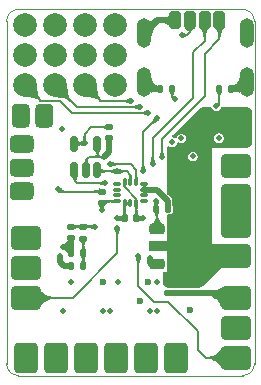
<source format=gbr>
%TF.GenerationSoftware,KiCad,Pcbnew,9.0.3-9.0.3-0~ubuntu24.04.1*%
%TF.CreationDate,2025-12-07T16:55:59+01:00*%
%TF.ProjectId,ant control board v2,616e7420-636f-46e7-9472-6f6c20626f61,2.1*%
%TF.SameCoordinates,Original*%
%TF.FileFunction,Copper,L4,Bot*%
%TF.FilePolarity,Positive*%
%FSLAX46Y46*%
G04 Gerber Fmt 4.6, Leading zero omitted, Abs format (unit mm)*
G04 Created by KiCad (PCBNEW 9.0.3-9.0.3-0~ubuntu24.04.1) date 2025-12-07 16:55:59*
%MOMM*%
%LPD*%
G01*
G04 APERTURE LIST*
G04 Aperture macros list*
%AMRoundRect*
0 Rectangle with rounded corners*
0 $1 Rounding radius*
0 $2 $3 $4 $5 $6 $7 $8 $9 X,Y pos of 4 corners*
0 Add a 4 corners polygon primitive as box body*
4,1,4,$2,$3,$4,$5,$6,$7,$8,$9,$2,$3,0*
0 Add four circle primitives for the rounded corners*
1,1,$1+$1,$2,$3*
1,1,$1+$1,$4,$5*
1,1,$1+$1,$6,$7*
1,1,$1+$1,$8,$9*
0 Add four rect primitives between the rounded corners*
20,1,$1+$1,$2,$3,$4,$5,0*
20,1,$1+$1,$4,$5,$6,$7,0*
20,1,$1+$1,$6,$7,$8,$9,0*
20,1,$1+$1,$8,$9,$2,$3,0*%
%AMFreePoly0*
4,1,9,3.862500,-0.866500,0.737500,-0.866500,0.737500,-0.450000,-0.737500,-0.450000,-0.737500,0.450000,0.737500,0.450000,0.737500,0.866500,3.862500,0.866500,3.862500,-0.866500,3.862500,-0.866500,$1*%
G04 Aperture macros list end*
%TA.AperFunction,ComponentPad*%
%ADD10C,0.500000*%
%TD*%
%TA.AperFunction,ComponentPad*%
%ADD11RoundRect,0.375000X0.375000X-0.625000X0.375000X0.625000X-0.375000X0.625000X-0.375000X-0.625000X0*%
%TD*%
%TA.AperFunction,ComponentPad*%
%ADD12RoundRect,0.300000X0.970000X-0.700000X0.970000X0.700000X-0.970000X0.700000X-0.970000X-0.700000X0*%
%TD*%
%TA.AperFunction,ComponentPad*%
%ADD13O,1.250000X2.500000*%
%TD*%
%TA.AperFunction,ComponentPad*%
%ADD14RoundRect,0.300000X-0.700000X-0.970000X0.700000X-0.970000X0.700000X0.970000X-0.700000X0.970000X0*%
%TD*%
%TA.AperFunction,ComponentPad*%
%ADD15C,2.000000*%
%TD*%
%TA.AperFunction,ComponentPad*%
%ADD16RoundRect,0.375000X0.625000X0.375000X-0.625000X0.375000X-0.625000X-0.375000X0.625000X-0.375000X0*%
%TD*%
%TA.AperFunction,ComponentPad*%
%ADD17RoundRect,0.300000X-0.970000X0.700000X-0.970000X-0.700000X0.970000X-0.700000X0.970000X0.700000X0*%
%TD*%
%TA.AperFunction,SMDPad,CuDef*%
%ADD18RoundRect,0.135000X0.185000X-0.135000X0.185000X0.135000X-0.185000X0.135000X-0.185000X-0.135000X0*%
%TD*%
%TA.AperFunction,SMDPad,CuDef*%
%ADD19RoundRect,0.135000X0.135000X0.185000X-0.135000X0.185000X-0.135000X-0.185000X0.135000X-0.185000X0*%
%TD*%
%TA.AperFunction,SMDPad,CuDef*%
%ADD20RoundRect,0.135000X-0.135000X-0.185000X0.135000X-0.185000X0.135000X0.185000X-0.135000X0.185000X0*%
%TD*%
%TA.AperFunction,SMDPad,CuDef*%
%ADD21RoundRect,0.150000X0.150000X-0.512500X0.150000X0.512500X-0.150000X0.512500X-0.150000X-0.512500X0*%
%TD*%
%TA.AperFunction,SMDPad,CuDef*%
%ADD22RoundRect,0.140000X0.140000X0.170000X-0.140000X0.170000X-0.140000X-0.170000X0.140000X-0.170000X0*%
%TD*%
%TA.AperFunction,SMDPad,CuDef*%
%ADD23RoundRect,0.225000X-0.425000X-0.225000X0.425000X-0.225000X0.425000X0.225000X-0.425000X0.225000X0*%
%TD*%
%TA.AperFunction,SMDPad,CuDef*%
%ADD24FreePoly0,0.000000*%
%TD*%
%TA.AperFunction,SMDPad,CuDef*%
%ADD25RoundRect,0.087500X0.225000X0.087500X-0.225000X0.087500X-0.225000X-0.087500X0.225000X-0.087500X0*%
%TD*%
%TA.AperFunction,SMDPad,CuDef*%
%ADD26RoundRect,0.087500X0.087500X0.225000X-0.087500X0.225000X-0.087500X-0.225000X0.087500X-0.225000X0*%
%TD*%
%TA.AperFunction,SMDPad,CuDef*%
%ADD27RoundRect,0.140000X-0.170000X0.140000X-0.170000X-0.140000X0.170000X-0.140000X0.170000X0.140000X0*%
%TD*%
%TA.AperFunction,SMDPad,CuDef*%
%ADD28RoundRect,0.250000X-0.250000X0.500000X-0.250000X-0.500000X0.250000X-0.500000X0.250000X0.500000X0*%
%TD*%
%TA.AperFunction,SMDPad,CuDef*%
%ADD29RoundRect,0.140000X-0.140000X-0.170000X0.140000X-0.170000X0.140000X0.170000X-0.140000X0.170000X0*%
%TD*%
%TA.AperFunction,SMDPad,CuDef*%
%ADD30RoundRect,0.140000X0.170000X-0.140000X0.170000X0.140000X-0.170000X0.140000X-0.170000X-0.140000X0*%
%TD*%
%TA.AperFunction,ViaPad*%
%ADD31C,0.500000*%
%TD*%
%TA.AperFunction,ViaPad*%
%ADD32C,0.600000*%
%TD*%
%TA.AperFunction,Conductor*%
%ADD33C,0.500000*%
%TD*%
%TA.AperFunction,Conductor*%
%ADD34C,0.200000*%
%TD*%
%TA.AperFunction,Profile*%
%ADD35C,0.050000*%
%TD*%
G04 APERTURE END LIST*
D10*
%TO.P,J10,1,Pin_1*%
%TO.N,/MCU and RX/DIGITAL_AUX1*%
X102647200Y-119711200D03*
X102640000Y-118300000D03*
D11*
X102190000Y-119000000D03*
D10*
X101732800Y-119711200D03*
X101732800Y-118288800D03*
%TO.P,J10,2,Pin_2*%
%TO.N,/MCU and RX/DIGITAL_AUX2*%
X100654400Y-118300000D03*
X100640000Y-119700000D03*
D11*
X100190000Y-119000000D03*
D10*
X99740000Y-119700000D03*
X99740000Y-118300000D03*
%TD*%
%TO.P,J7,1,Pin_1*%
%TO.N,/MCU and RX/SERVO1*%
X99721000Y-135055000D03*
X101499000Y-135055000D03*
D12*
X100610000Y-134420000D03*
D10*
X99721000Y-133785000D03*
X101499000Y-133785000D03*
%TO.P,J7,2,Pin_2*%
%TO.N,+BATT*%
X99721000Y-132515000D03*
X101499000Y-132515000D03*
D12*
X100610000Y-131880000D03*
D10*
X99721000Y-131245000D03*
X101499000Y-131245000D03*
%TO.P,J7,3,Pin_3*%
%TO.N,GND*%
X99721000Y-129975000D03*
X101499000Y-129975000D03*
D12*
X100610000Y-129340000D03*
D10*
X99721000Y-128705000D03*
X101499000Y-128705000D03*
%TD*%
D13*
%TO.P,J3,13,SHIELD*%
%TO.N,GND*%
X119320000Y-116180000D03*
X119320000Y-112000000D03*
X110680000Y-116180000D03*
X110680000Y-112000000D03*
%TD*%
D10*
%TO.P,J5,1,Pin_1*%
%TO.N,/DC Motors/M2+*%
X105055000Y-138611000D03*
X105055000Y-140389000D03*
D14*
X105690000Y-139500000D03*
D10*
X106325000Y-138611000D03*
X106325000Y-140389000D03*
%TO.P,J5,2,Pin_2*%
%TO.N,/DC Motors/M2-*%
X107595000Y-138611000D03*
X107595000Y-140389000D03*
D14*
X108230000Y-139500000D03*
D10*
X108865000Y-138611000D03*
X108865000Y-140389000D03*
%TD*%
%TO.P,J8,1,Pin_1*%
%TO.N,/MCU and RX/SERVO2*%
X117501000Y-140135000D03*
X119279000Y-140135000D03*
D12*
X118390000Y-139500000D03*
D10*
X117501000Y-138865000D03*
X119279000Y-138865000D03*
%TO.P,J8,2,Pin_2*%
%TO.N,+BATT*%
X117501000Y-137595000D03*
X119279000Y-137595000D03*
D12*
X118390000Y-136960000D03*
D10*
X117501000Y-136325000D03*
X119279000Y-136325000D03*
%TO.P,J8,3,Pin_3*%
%TO.N,GND*%
X117501000Y-135055000D03*
X119279000Y-135055000D03*
D12*
X118390000Y-134420000D03*
D10*
X117501000Y-133785000D03*
X119279000Y-133785000D03*
%TD*%
%TO.P,J6,1,Pin_1*%
%TO.N,/DC Motors/M3+*%
X110135000Y-138611000D03*
X110135000Y-140389000D03*
D14*
X110770000Y-139500000D03*
D10*
X111405000Y-138611000D03*
X111405000Y-140389000D03*
%TO.P,J6,2,Pin_2*%
%TO.N,/DC Motors/M3-*%
X112675000Y-138611000D03*
X112675000Y-140389000D03*
D14*
X113310000Y-139500000D03*
D10*
X113945000Y-138611000D03*
X113945000Y-140389000D03*
%TD*%
D15*
%TO.P,U7,1,GND*%
%TO.N,GND*%
X108203000Y-111337000D03*
%TO.P,U7,2,VCC*%
%TO.N,+3V3*%
X108203000Y-113877000D03*
%TO.P,U7,3,CH1_(PPM)*%
%TO.N,/MCU and RX/CH1_PPM*%
X108203000Y-116417000D03*
%TO.P,U7,4*%
%TO.N,GND*%
X105663000Y-111337000D03*
%TO.P,U7,5*%
%TO.N,+3V3*%
X105663000Y-113877000D03*
%TO.P,U7,6,CH2*%
%TO.N,/MCU and RX/CH2*%
X105663000Y-116417000D03*
%TO.P,U7,7*%
%TO.N,GND*%
X103123000Y-111337000D03*
%TO.P,U7,8*%
%TO.N,+3V3*%
X103123000Y-113877000D03*
%TO.P,U7,9,CH3*%
%TO.N,/MCU and RX/CH3*%
X103123000Y-116417000D03*
%TO.P,U7,10*%
%TO.N,GND*%
X100583000Y-111337000D03*
%TO.P,U7,11*%
%TO.N,+3V3*%
X100583000Y-113877000D03*
%TO.P,U7,12,CH4*%
%TO.N,/MCU and RX/CH4*%
X100583000Y-116417000D03*
%TD*%
D10*
%TO.P,J4,1,Pin_1*%
%TO.N,/DC Motors/M1+*%
X99975000Y-138611000D03*
X99975000Y-140389000D03*
D14*
X100610000Y-139500000D03*
D10*
X101245000Y-138611000D03*
X101245000Y-140389000D03*
%TO.P,J4,2,Pin_2*%
%TO.N,/DC Motors/M1-*%
X102515000Y-138611000D03*
X102515000Y-140389000D03*
D14*
X103150000Y-139500000D03*
D10*
X103785000Y-138611000D03*
X103785000Y-140389000D03*
%TD*%
%TO.P,J9,1,Pin_1*%
%TO.N,+3V3*%
X100981200Y-120940896D03*
X99570000Y-120948096D03*
D16*
X100270000Y-121398096D03*
D10*
X100981200Y-121855296D03*
X99558800Y-121855296D03*
%TO.P,J9,2,Pin_2*%
%TO.N,Net-(J9-Pin_2)*%
X99570000Y-122933696D03*
X100970000Y-122948096D03*
D16*
X100270000Y-123398096D03*
D10*
X100970000Y-123848096D03*
X99570000Y-123848096D03*
%TO.P,J9,3,Pin_3*%
%TO.N,GND*%
X99570000Y-124933696D03*
X100970000Y-124948096D03*
D16*
X100270000Y-125398096D03*
D10*
X100970000Y-125848096D03*
X99570000Y-125848096D03*
%TD*%
%TO.P,J1,1,Pin_1*%
%TO.N,/Power/+SW*%
X119279000Y-127705000D03*
X117501000Y-127705000D03*
D17*
X118390000Y-128340000D03*
D10*
X119279000Y-128975000D03*
X117501000Y-128975000D03*
%TO.P,J1,2,Pin_2*%
%TO.N,+BATT*%
X119279000Y-130245000D03*
X117501000Y-130245000D03*
D17*
X118390000Y-130880000D03*
D10*
X119279000Y-131515000D03*
X117501000Y-131515000D03*
%TD*%
%TO.P,J2,1,Pin_1*%
%TO.N,GND*%
X119279000Y-122625000D03*
X117501000Y-122625000D03*
D17*
X118390000Y-123260000D03*
D10*
X119279000Y-123895000D03*
X117501000Y-123895000D03*
%TO.P,J2,2,Pin_2*%
%TO.N,/Power/+SW*%
X119279000Y-125165000D03*
X117501000Y-125165000D03*
D17*
X118390000Y-125800000D03*
D10*
X119279000Y-126435000D03*
X117501000Y-126435000D03*
%TD*%
D18*
%TO.P,R5,1*%
%TO.N,/Sensors/VBAT_DIV*%
X105490000Y-129410000D03*
%TO.P,R5,2*%
%TO.N,/MCU and RX/VBAT*%
X105490000Y-128390000D03*
%TD*%
D19*
%TO.P,R4,1*%
%TO.N,/Sensors/VBAT_DIV*%
X105500000Y-130600000D03*
%TO.P,R4,2*%
%TO.N,GND*%
X104480000Y-130600000D03*
%TD*%
D20*
%TO.P,R3,1*%
%TO.N,+BATT*%
X104480000Y-131700000D03*
%TO.P,R3,2*%
%TO.N,/Sensors/VBAT_DIV*%
X105500000Y-131700000D03*
%TD*%
D21*
%TO.P,U8,1,SCL*%
%TO.N,/MCU and RX/I2C1_SCL*%
X106653000Y-123637500D03*
%TO.P,U8,2,GND*%
%TO.N,GND*%
X105703000Y-123637500D03*
%TO.P,U8,3,SDA*%
%TO.N,/MCU and RX/I2C1_SDA*%
X104753000Y-123637500D03*
%TO.P,U8,4,VCC*%
%TO.N,+3V3*%
X104753000Y-121362500D03*
%TO.P,U8,5,WP*%
%TO.N,GND*%
X106653000Y-121362500D03*
%TD*%
D19*
%TO.P,R1,1*%
%TO.N,Net-(J3-CC2)*%
X113030000Y-116750000D03*
%TO.P,R1,2*%
%TO.N,GND*%
X112010000Y-116750000D03*
%TD*%
D22*
%TO.P,C10,1*%
%TO.N,+3V3*%
X109970000Y-127700000D03*
%TO.P,C10,2*%
%TO.N,GND*%
X109010000Y-127700000D03*
%TD*%
D23*
%TO.P,U1,1,GND*%
%TO.N,GND*%
X111740000Y-131562500D03*
D24*
%TO.P,U1,2,IN*%
%TO.N,+BATT*%
X111827500Y-130062500D03*
D23*
%TO.P,U1,3,OUT*%
%TO.N,+3V3*%
X111740000Y-128562500D03*
%TD*%
D25*
%TO.P,U5,1,SDO/SA0*%
%TO.N,GND*%
X110652500Y-124750000D03*
%TO.P,U5,2,SDX*%
X110652500Y-125250000D03*
%TO.P,U5,3,SCX*%
X110652500Y-125750000D03*
%TO.P,U5,4,INT1*%
%TO.N,unconnected-(U5-INT1-Pad4)*%
X110652500Y-126250000D03*
D26*
%TO.P,U5,5,VDDIO*%
%TO.N,+3V3*%
X109990000Y-126412500D03*
%TO.P,U5,6,GND*%
%TO.N,GND*%
X109490000Y-126412500D03*
%TO.P,U5,7,GND*%
X108990000Y-126412500D03*
D25*
%TO.P,U5,8,VDD*%
%TO.N,+3V3*%
X108327500Y-126250000D03*
%TO.P,U5,9,INT2*%
%TO.N,unconnected-(U5-INT2-Pad9)*%
X108327500Y-125750000D03*
%TO.P,U5,10,NC*%
%TO.N,unconnected-(U5-NC-Pad10)*%
X108327500Y-125250000D03*
%TO.P,U5,11,NC*%
%TO.N,unconnected-(U5-NC-Pad11)*%
X108327500Y-124750000D03*
D26*
%TO.P,U5,12,CS*%
%TO.N,+3V3*%
X108990000Y-124587500D03*
%TO.P,U5,13,SCL*%
%TO.N,/MCU and RX/I2C1_SCL*%
X109490000Y-124587500D03*
%TO.P,U5,14,SDA*%
%TO.N,/MCU and RX/I2C1_SDA*%
X109990000Y-124587500D03*
%TD*%
D27*
%TO.P,C19,1*%
%TO.N,+3V3*%
X107703000Y-119957000D03*
%TO.P,C19,2*%
%TO.N,GND*%
X107703000Y-120917000D03*
%TD*%
%TO.P,C3,1*%
%TO.N,+BATT*%
X112670000Y-133070000D03*
%TO.P,C3,2*%
%TO.N,GND*%
X112670000Y-134030000D03*
%TD*%
D20*
%TO.P,R2,1*%
%TO.N,Net-(J3-CC1)*%
X117010000Y-116750000D03*
%TO.P,R2,2*%
%TO.N,GND*%
X118030000Y-116750000D03*
%TD*%
D27*
%TO.P,C2,1*%
%TO.N,+BATT*%
X113620000Y-133070000D03*
%TO.P,C2,2*%
%TO.N,GND*%
X113620000Y-134030000D03*
%TD*%
D28*
%TO.P,J12,1,Pin_1*%
%TO.N,/MCU and RX/UART2_TX*%
X117029404Y-110926904D03*
%TO.P,J12,2,Pin_2*%
%TO.N,/MCU and RX/UART2_RX*%
X115779404Y-110926904D03*
%TO.P,J12,3,Pin_3*%
%TO.N,+3V3*%
X114529404Y-110926904D03*
%TO.P,J12,4,Pin_4*%
%TO.N,GND*%
X113279404Y-110926904D03*
%TD*%
D29*
%TO.P,C4,1*%
%TO.N,+3V3*%
X111690000Y-126900000D03*
%TO.P,C4,2*%
%TO.N,GND*%
X112650000Y-126900000D03*
%TD*%
D30*
%TO.P,C8,1*%
%TO.N,GND*%
X104490000Y-129380000D03*
%TO.P,C8,2*%
%TO.N,/MCU and RX/VBAT*%
X104490000Y-128420000D03*
%TD*%
D27*
%TO.P,C1,1*%
%TO.N,+BATT*%
X114570000Y-133070000D03*
%TO.P,C1,2*%
%TO.N,GND*%
X114570000Y-134030000D03*
%TD*%
D30*
%TO.P,C9,1*%
%TO.N,+3V3*%
X107090000Y-126380000D03*
%TO.P,C9,2*%
%TO.N,GND*%
X107090000Y-125420000D03*
%TD*%
D31*
%TO.N,GND*%
X103708000Y-120137000D03*
%TO.N,+BATT*%
X107170000Y-135500000D03*
X111770000Y-135500000D03*
X103570000Y-130900000D03*
X103770000Y-135500000D03*
X107770000Y-135500000D03*
X111170000Y-135500000D03*
D32*
X118890000Y-119820000D03*
D31*
%TO.N,GND*%
X108370000Y-127700000D03*
X107270000Y-122500000D03*
X103400000Y-125200000D03*
X112475000Y-126013636D03*
X114770000Y-122450000D03*
X113020000Y-121250000D03*
D32*
X107190000Y-133100000D03*
D31*
X111135000Y-131015000D03*
D32*
X114570000Y-135450000D03*
X110270000Y-134700000D03*
X110970000Y-133100000D03*
D31*
X103770000Y-130130000D03*
%TO.N,+3V3*%
X108440000Y-133100000D03*
X107090000Y-127020000D03*
X116970000Y-120900000D03*
X111690000Y-126220000D03*
X105603000Y-121337000D03*
X113845000Y-112175000D03*
X113814641Y-120919880D03*
X104440000Y-133100000D03*
X110570000Y-127700000D03*
X111720000Y-133100000D03*
%TO.N,/MCU and RX/VBAT*%
X106530000Y-128390000D03*
%TO.N,Net-(J3-CC2)*%
X113270000Y-117600000D03*
%TO.N,Net-(J3-CC1)*%
X116770000Y-118200000D03*
%TO.N,/MCU and RX/SERVO1*%
X108370000Y-128500000D03*
%TO.N,/MCU and RX/SERVO2*%
X110170000Y-130900000D03*
%TO.N,/MCU and RX/UART2_RX*%
X111370000Y-123100000D03*
%TO.N,/MCU and RX/UART2_TX*%
X112170000Y-122500000D03*
%TO.N,/MCU and RX/BOOT0*%
X110570000Y-123700000D03*
X111753527Y-119206305D03*
%TO.N,/MCU and RX/I2C1_SDA*%
X107770000Y-123100000D03*
X107370000Y-124700000D03*
%TO.N,/MCU and RX/I2C1_SCL*%
X108370000Y-123700000D03*
%TO.N,/MCU and RX/CH4*%
X111020000Y-118750000D03*
%TO.N,/MCU and RX/CH2*%
X109520000Y-117750000D03*
%TO.N,/MCU and RX/CH3*%
X110270000Y-118250000D03*
%TD*%
D33*
%TO.N,GND*%
X107703000Y-120917000D02*
X107703000Y-122067000D01*
X107703000Y-122067000D02*
X107270000Y-122500000D01*
X106678500Y-121337000D02*
X106653000Y-121362500D01*
D34*
%TO.N,+3V3*%
X107703000Y-119957000D02*
X106183000Y-119957000D01*
X106183000Y-119957000D02*
X105603000Y-120537000D01*
X105603000Y-120537000D02*
X105603000Y-121337000D01*
X104753000Y-121362500D02*
X105577500Y-121362500D01*
X105577500Y-121362500D02*
X105603000Y-121337000D01*
%TO.N,GND*%
X105770000Y-122750000D02*
X105770000Y-123570500D01*
X106020000Y-122500000D02*
X105770000Y-122750000D01*
%TO.N,/MCU and RX/I2C1_SCL*%
X106720000Y-123637500D02*
X106653000Y-123637500D01*
%TO.N,GND*%
X106470000Y-122500000D02*
X106020000Y-122500000D01*
%TO.N,/MCU and RX/I2C1_SCL*%
X106782500Y-123700000D02*
X106720000Y-123637500D01*
X108370000Y-123700000D02*
X106782500Y-123700000D01*
%TO.N,/MCU and RX/I2C1_SDA*%
X104820000Y-124524999D02*
X104995001Y-124700000D01*
X104995001Y-124700000D02*
X107370000Y-124700000D01*
X104753000Y-123637500D02*
X104820000Y-123704500D01*
%TO.N,GND*%
X106720000Y-121429500D02*
X106720000Y-122300000D01*
X105770000Y-123570500D02*
X105703000Y-123637500D01*
%TO.N,/MCU and RX/I2C1_SDA*%
X104820000Y-123704500D02*
X104820000Y-124524999D01*
%TO.N,GND*%
X106653000Y-121362500D02*
X106720000Y-121429500D01*
D33*
%TO.N,+BATT*%
X103870000Y-131700000D02*
X103570000Y-131400000D01*
X103570000Y-131400000D02*
X103570000Y-130900000D01*
X104480000Y-131700000D02*
X103870000Y-131700000D01*
%TO.N,GND*%
X111250000Y-116750000D02*
X110680000Y-116180000D01*
D34*
X109490000Y-126412500D02*
X108990000Y-126412500D01*
D33*
X113620000Y-134030000D02*
X112670000Y-134030000D01*
D34*
X106720000Y-122300000D02*
X106720000Y-122450000D01*
X110652500Y-125750000D02*
X110652500Y-125250000D01*
X107270000Y-122500000D02*
X106920000Y-122500000D01*
D33*
X112475000Y-126013636D02*
X112650000Y-126188636D01*
X104490000Y-129380000D02*
X104490000Y-129650000D01*
X104490000Y-129650000D02*
X104490000Y-130590000D01*
D34*
X106770000Y-122500000D02*
X106470000Y-122500000D01*
X106520000Y-122500000D02*
X106720000Y-122300000D01*
D33*
X104490000Y-130130000D02*
X104490000Y-129380000D01*
X111753096Y-110926904D02*
X110680000Y-112000000D01*
X103770000Y-130130000D02*
X104490000Y-130130000D01*
D34*
X108990000Y-126412500D02*
X108990000Y-127680000D01*
D33*
X104490000Y-130590000D02*
X104480000Y-130600000D01*
X111135000Y-131015000D02*
X111135000Y-131465000D01*
D34*
X103400000Y-125200000D02*
X103400000Y-125358307D01*
X106720000Y-122300000D02*
X106920000Y-122500000D01*
X106920000Y-122500000D02*
X106770000Y-122500000D01*
D33*
X111232500Y-131562500D02*
X111740000Y-131562500D01*
X113279404Y-110926904D02*
X111753096Y-110926904D01*
X111135000Y-131465000D02*
X111232500Y-131562500D01*
X118000000Y-134030000D02*
X118390000Y-134420000D01*
X114570000Y-134030000D02*
X118000000Y-134030000D01*
D34*
X103461693Y-125420000D02*
X107090000Y-125420000D01*
X110652500Y-124750000D02*
X110652500Y-125250000D01*
X108990000Y-127680000D02*
X109010000Y-127700000D01*
X106720000Y-122450000D02*
X106770000Y-122500000D01*
D33*
X111711364Y-125250000D02*
X110652500Y-125250000D01*
D34*
X109010000Y-127700000D02*
X108370000Y-127700000D01*
D33*
X114570000Y-134030000D02*
X113620000Y-134030000D01*
X103770000Y-130130000D02*
X104010000Y-130130000D01*
X112475000Y-126013636D02*
X111711364Y-125250000D01*
X118030000Y-116750000D02*
X118750000Y-116750000D01*
D34*
X103400000Y-125358307D02*
X103461693Y-125420000D01*
X106470000Y-122500000D02*
X106520000Y-122500000D01*
D33*
X112010000Y-116750000D02*
X111250000Y-116750000D01*
X112650000Y-126188636D02*
X112650000Y-126900000D01*
X118750000Y-116750000D02*
X119320000Y-116180000D01*
X104010000Y-130130000D02*
X104480000Y-130600000D01*
X104010000Y-130130000D02*
X104490000Y-129650000D01*
D34*
%TO.N,+3V3*%
X109990000Y-126412500D02*
X109990000Y-127680000D01*
X107220000Y-126250000D02*
X108327500Y-126250000D01*
X111690000Y-126220000D02*
X111690000Y-126900000D01*
X113834521Y-120900000D02*
X113814641Y-120919880D01*
X113814641Y-120919880D02*
X113814521Y-120920000D01*
X114529404Y-111940596D02*
X114529404Y-110926904D01*
X111740000Y-126950000D02*
X111690000Y-126900000D01*
X114295000Y-112175000D02*
X114529404Y-111940596D01*
X109990000Y-127680000D02*
X109970000Y-127700000D01*
X108990000Y-125020000D02*
X109990000Y-126020000D01*
X107090000Y-127020000D02*
X107090000Y-126380000D01*
X109970000Y-127700000D02*
X110570000Y-127700000D01*
X108990000Y-124587500D02*
X108990000Y-125020000D01*
X109990000Y-126020000D02*
X109990000Y-126412500D01*
X113845000Y-112175000D02*
X114295000Y-112175000D01*
X107090000Y-126380000D02*
X107220000Y-126250000D01*
X111740000Y-128562500D02*
X111740000Y-126950000D01*
%TO.N,/MCU and RX/VBAT*%
X105490000Y-128390000D02*
X104520000Y-128390000D01*
X104520000Y-128390000D02*
X104490000Y-128420000D01*
X106530000Y-128390000D02*
X105490000Y-128390000D01*
%TO.N,Net-(J3-CC2)*%
X113030000Y-116750000D02*
X113030000Y-117360000D01*
X113030000Y-117360000D02*
X113270000Y-117600000D01*
%TO.N,Net-(J3-CC1)*%
X117010000Y-116750000D02*
X117010000Y-117960000D01*
X117010000Y-117960000D02*
X116770000Y-118200000D01*
%TO.N,/MCU and RX/SERVO1*%
X108370000Y-128500000D02*
X108370000Y-130650000D01*
X104600000Y-134420000D02*
X100610000Y-134420000D01*
X108370000Y-130650000D02*
X104600000Y-134420000D01*
%TO.N,/MCU and RX/SERVO2*%
X110170000Y-133450000D02*
X110170000Y-130900000D01*
X115170000Y-138800000D02*
X115170000Y-137250000D01*
X115170000Y-137250000D02*
X112670000Y-134750000D01*
X112670000Y-134750000D02*
X111470000Y-134750000D01*
X115870000Y-139500000D02*
X115170000Y-138800000D01*
X111470000Y-134750000D02*
X110170000Y-133450000D01*
X118390000Y-139500000D02*
X115870000Y-139500000D01*
%TO.N,/MCU and RX/UART2_RX*%
X115779404Y-112640596D02*
X115779404Y-110926904D01*
X111370000Y-120900000D02*
X114770000Y-117500000D01*
X111370000Y-123100000D02*
X111370000Y-120900000D01*
X114770000Y-117500000D02*
X114770000Y-113650000D01*
X114770000Y-113650000D02*
X115779404Y-112640596D01*
%TO.N,/MCU and RX/UART2_TX*%
X115770000Y-117375000D02*
X115770000Y-113800000D01*
X112170000Y-122500000D02*
X112170000Y-120975000D01*
X112170000Y-120975000D02*
X115770000Y-117375000D01*
X115770000Y-113800000D02*
X117029404Y-112540596D01*
X117029404Y-112540596D02*
X117029404Y-110926904D01*
%TO.N,/Sensors/VBAT_DIV*%
X105490000Y-130590000D02*
X105500000Y-130600000D01*
X105500000Y-131700000D02*
X105500000Y-130600000D01*
X105490000Y-129410000D02*
X105490000Y-130590000D01*
%TO.N,/MCU and RX/BOOT0*%
X110570000Y-123700000D02*
X110570000Y-120389832D01*
X110570000Y-120389832D02*
X111753527Y-119206305D01*
%TO.N,/MCU and RX/I2C1_SDA*%
X109990000Y-123570000D02*
X109520000Y-123100000D01*
X109990000Y-124587500D02*
X109990000Y-123570000D01*
X109520000Y-123100000D02*
X107770000Y-123100000D01*
%TO.N,/MCU and RX/I2C1_SCL*%
X109490000Y-124020000D02*
X109490000Y-124587500D01*
X108370000Y-123700000D02*
X109170000Y-123700000D01*
X109170000Y-123700000D02*
X109490000Y-124020000D01*
%TO.N,/MCU and RX/CH4*%
X104525000Y-118755000D02*
X111015000Y-118755000D01*
X103520000Y-117750000D02*
X104525000Y-118755000D01*
X101916000Y-117750000D02*
X103520000Y-117750000D01*
X100583000Y-116417000D02*
X101916000Y-117750000D01*
X111015000Y-118755000D02*
X111020000Y-118750000D01*
%TO.N,/MCU and RX/CH2*%
X109520000Y-117750000D02*
X106996000Y-117750000D01*
X106996000Y-117750000D02*
X105663000Y-116417000D01*
%TO.N,/MCU and RX/CH3*%
X110265000Y-118255000D02*
X104961000Y-118255000D01*
X104961000Y-118255000D02*
X103123000Y-116417000D01*
X110270000Y-118250000D02*
X110265000Y-118255000D01*
%TD*%
%TA.AperFunction,Conductor*%
%TO.N,/Power/+SW*%
G36*
X119296643Y-124819685D02*
G01*
X119316103Y-124835153D01*
X119622506Y-125133492D01*
X119656804Y-125194361D01*
X119660000Y-125222332D01*
X119660000Y-128926664D01*
X119640315Y-128993703D01*
X119621280Y-129016682D01*
X119315870Y-129306018D01*
X119253665Y-129337834D01*
X119230590Y-129340000D01*
X117549410Y-129340000D01*
X117482371Y-129320315D01*
X117464130Y-129306018D01*
X117158720Y-129016682D01*
X117123590Y-128956286D01*
X117120000Y-128926664D01*
X117120000Y-125285206D01*
X117139685Y-125218167D01*
X117149095Y-125205400D01*
X117178864Y-125170000D01*
X117452837Y-124844194D01*
X117511050Y-124805553D01*
X117547742Y-124800000D01*
X119229604Y-124800000D01*
X119296643Y-124819685D01*
G37*
%TD.AperFunction*%
%TD*%
%TA.AperFunction,Conductor*%
%TO.N,+BATT*%
G36*
X119312802Y-118255123D02*
G01*
X119418822Y-118268032D01*
X119450366Y-118276187D01*
X119541697Y-118313169D01*
X119570028Y-118329259D01*
X119625298Y-118371128D01*
X119648569Y-118388757D01*
X119671734Y-118411677D01*
X119732062Y-118489582D01*
X119748456Y-118517747D01*
X119786402Y-118608675D01*
X119794892Y-118640136D01*
X119808925Y-118745997D01*
X119810000Y-118762292D01*
X119810000Y-121191874D01*
X119808939Y-121208060D01*
X119795093Y-121313224D01*
X119786715Y-121344491D01*
X119749259Y-121434918D01*
X119733074Y-121462951D01*
X119673491Y-121540601D01*
X119650601Y-121563491D01*
X119572951Y-121623074D01*
X119544918Y-121639259D01*
X119454491Y-121676715D01*
X119423224Y-121685093D01*
X119329398Y-121697446D01*
X119318058Y-121698939D01*
X119301874Y-121700000D01*
X116370000Y-121700000D01*
X116370000Y-129880000D01*
X119151874Y-129880000D01*
X119168059Y-129881061D01*
X119273223Y-129894906D01*
X119304491Y-129903284D01*
X119394918Y-129940740D01*
X119422952Y-129956925D01*
X119500602Y-130016509D01*
X119523491Y-130039398D01*
X119583074Y-130117048D01*
X119599259Y-130145081D01*
X119636715Y-130235508D01*
X119645093Y-130266775D01*
X119658939Y-130371939D01*
X119660000Y-130388125D01*
X119660000Y-131371874D01*
X119658939Y-131388060D01*
X119645093Y-131493224D01*
X119636715Y-131524491D01*
X119599259Y-131614918D01*
X119583074Y-131642951D01*
X119523491Y-131720601D01*
X119500601Y-131743491D01*
X119422951Y-131803074D01*
X119394918Y-131819259D01*
X119304491Y-131856715D01*
X119273224Y-131865093D01*
X119179398Y-131877446D01*
X119168058Y-131878939D01*
X119151874Y-131880000D01*
X117119999Y-131880000D01*
X116973553Y-132026447D01*
X115602198Y-133397801D01*
X115590003Y-133408496D01*
X115505842Y-133473075D01*
X115477808Y-133489260D01*
X115387383Y-133526715D01*
X115356117Y-133535093D01*
X115262291Y-133547446D01*
X115250951Y-133548939D01*
X115234767Y-133550000D01*
X112728126Y-133550000D01*
X112711941Y-133548939D01*
X112698917Y-133547224D01*
X112606775Y-133535093D01*
X112575508Y-133526715D01*
X112485081Y-133489259D01*
X112457048Y-133473074D01*
X112379398Y-133413491D01*
X112356508Y-133390601D01*
X112296925Y-133312951D01*
X112280740Y-133284918D01*
X112243284Y-133194491D01*
X112234906Y-133163223D01*
X112221061Y-133058059D01*
X112220000Y-133041874D01*
X112220000Y-132391326D01*
X112224225Y-132359234D01*
X112234846Y-132319594D01*
X112266938Y-132264007D01*
X112284007Y-132246938D01*
X112339593Y-132214846D01*
X112355002Y-132210717D01*
X112379234Y-132204225D01*
X112411326Y-132200000D01*
X112570000Y-132200000D01*
X112570000Y-129001364D01*
X112570000Y-129001168D01*
X112570002Y-129000000D01*
X112570028Y-129000000D01*
X112570002Y-128999755D01*
X112570006Y-128998734D01*
X112577676Y-127483869D01*
X112597699Y-127416932D01*
X112650734Y-127371445D01*
X112701672Y-127360499D01*
X112833372Y-127360499D01*
X112857662Y-127357682D01*
X112957016Y-127313813D01*
X113033813Y-127237016D01*
X113077682Y-127137662D01*
X113080500Y-127113373D01*
X113080499Y-126686628D01*
X113077682Y-126662338D01*
X113061065Y-126624703D01*
X113050500Y-126574618D01*
X113050500Y-126248855D01*
X113052808Y-126229685D01*
X113053643Y-126220425D01*
X113053727Y-126219027D01*
X113050500Y-126199807D01*
X113050500Y-126135909D01*
X113023207Y-126034049D01*
X112970480Y-125942723D01*
X112895913Y-125868156D01*
X112806406Y-125778649D01*
X112798680Y-125765267D01*
X112723369Y-125689956D01*
X112709986Y-125682229D01*
X112623997Y-125596240D01*
X112590512Y-125534917D01*
X112587681Y-125507943D01*
X112603435Y-122396747D01*
X114365500Y-122396747D01*
X114365500Y-122503253D01*
X114393066Y-122606131D01*
X114446320Y-122698369D01*
X114521631Y-122773680D01*
X114613869Y-122826934D01*
X114716747Y-122854500D01*
X114716749Y-122854500D01*
X114823251Y-122854500D01*
X114823253Y-122854500D01*
X114926131Y-122826934D01*
X115018369Y-122773680D01*
X115093680Y-122698369D01*
X115146934Y-122606131D01*
X115174500Y-122503253D01*
X115174500Y-122396747D01*
X115146934Y-122293869D01*
X115093680Y-122201631D01*
X115018369Y-122126320D01*
X114926131Y-122073066D01*
X114823253Y-122045500D01*
X114716747Y-122045500D01*
X114613868Y-122073066D01*
X114521631Y-122126320D01*
X114521628Y-122126322D01*
X114446322Y-122201628D01*
X114446320Y-122201631D01*
X114393066Y-122293868D01*
X114378798Y-122347118D01*
X114365500Y-122396747D01*
X112603435Y-122396747D01*
X112606221Y-121846447D01*
X112606998Y-121692771D01*
X112627021Y-121625836D01*
X112680055Y-121580349D01*
X112749263Y-121570755D01*
X112792993Y-121586013D01*
X112863869Y-121626934D01*
X112966747Y-121654500D01*
X112966749Y-121654500D01*
X113073251Y-121654500D01*
X113073253Y-121654500D01*
X113176131Y-121626934D01*
X113268369Y-121573680D01*
X113343680Y-121498369D01*
X113396934Y-121406131D01*
X113415520Y-121336763D01*
X113451885Y-121277104D01*
X113514732Y-121246575D01*
X113584107Y-121254870D01*
X113597296Y-121261472D01*
X113658504Y-121296811D01*
X113658505Y-121296811D01*
X113658510Y-121296814D01*
X113761388Y-121324380D01*
X113761390Y-121324380D01*
X113867892Y-121324380D01*
X113867894Y-121324380D01*
X113970772Y-121296814D01*
X114063010Y-121243560D01*
X114138321Y-121168249D01*
X114191575Y-121076011D01*
X114219141Y-120973133D01*
X114219141Y-120866627D01*
X114213814Y-120846747D01*
X116565500Y-120846747D01*
X116565500Y-120953253D01*
X116593066Y-121056131D01*
X116646320Y-121148369D01*
X116721631Y-121223680D01*
X116813869Y-121276934D01*
X116916747Y-121304500D01*
X116916749Y-121304500D01*
X117023251Y-121304500D01*
X117023253Y-121304500D01*
X117126131Y-121276934D01*
X117218369Y-121223680D01*
X117293680Y-121148369D01*
X117346934Y-121056131D01*
X117374500Y-120953253D01*
X117374500Y-120846747D01*
X117346934Y-120743869D01*
X117293680Y-120651631D01*
X117218369Y-120576320D01*
X117126131Y-120523066D01*
X117023253Y-120495500D01*
X116916747Y-120495500D01*
X116813868Y-120523066D01*
X116721631Y-120576320D01*
X116721628Y-120576322D01*
X116646322Y-120651628D01*
X116646320Y-120651631D01*
X116593066Y-120743868D01*
X116588037Y-120762636D01*
X116565500Y-120846747D01*
X114213814Y-120846747D01*
X114191575Y-120763749D01*
X114190932Y-120762636D01*
X114180097Y-120743868D01*
X114138321Y-120671511D01*
X114063010Y-120596200D01*
X113970772Y-120542946D01*
X113867894Y-120515380D01*
X113761388Y-120515380D01*
X113658509Y-120542946D01*
X113566272Y-120596200D01*
X113566269Y-120596202D01*
X113490963Y-120671508D01*
X113490961Y-120671511D01*
X113437706Y-120763749D01*
X113437706Y-120763750D01*
X113419119Y-120833116D01*
X113410018Y-120848046D01*
X113405588Y-120864962D01*
X113392211Y-120877260D01*
X113382754Y-120892776D01*
X113367025Y-120900415D01*
X113354153Y-120912251D01*
X113336249Y-120915365D01*
X113319906Y-120923304D01*
X113302374Y-120921257D01*
X113285317Y-120924225D01*
X113262038Y-120916549D01*
X113251175Y-120915282D01*
X113244043Y-120912275D01*
X113176131Y-120873066D01*
X113107272Y-120854615D01*
X113099420Y-120851305D01*
X113078688Y-120834382D01*
X113055835Y-120820453D01*
X113052033Y-120812626D01*
X113045292Y-120807124D01*
X113036999Y-120781677D01*
X113025307Y-120757606D01*
X113026340Y-120748966D01*
X113023644Y-120740693D01*
X113030424Y-120714804D01*
X113033602Y-120688231D01*
X113039775Y-120679101D01*
X113041347Y-120673103D01*
X113047916Y-120667062D01*
X113059835Y-120649437D01*
X115260032Y-118445682D01*
X115272038Y-118435117D01*
X115355015Y-118371124D01*
X115382624Y-118355034D01*
X115471731Y-118317528D01*
X115502534Y-118309030D01*
X115606292Y-118294421D01*
X115622239Y-118293218D01*
X116279942Y-118286238D01*
X116347186Y-118305210D01*
X116387036Y-118350226D01*
X116389002Y-118349092D01*
X116393065Y-118356130D01*
X116393066Y-118356131D01*
X116446320Y-118448369D01*
X116521631Y-118523680D01*
X116613869Y-118576934D01*
X116716747Y-118604500D01*
X116716749Y-118604500D01*
X116823251Y-118604500D01*
X116823253Y-118604500D01*
X116926131Y-118576934D01*
X117018369Y-118523680D01*
X117093680Y-118448369D01*
X117146934Y-118356131D01*
X117146936Y-118356121D01*
X117148493Y-118352365D01*
X117150663Y-118349670D01*
X117150998Y-118349092D01*
X117151088Y-118349144D01*
X117192331Y-118297959D01*
X117258624Y-118275890D01*
X117261705Y-118275818D01*
X119296523Y-118254222D01*
X119312802Y-118255123D01*
G37*
%TD.AperFunction*%
%TD*%
%TA.AperFunction,Conductor*%
%TO.N,GND*%
G36*
X107710296Y-120921825D02*
G01*
X107946748Y-121110584D01*
X107967983Y-121127536D01*
X107972311Y-121135376D01*
X107969828Y-121143979D01*
X107965457Y-121147362D01*
X107950735Y-121153940D01*
X107950732Y-121153942D01*
X107929249Y-121180083D01*
X107912133Y-121258960D01*
X107912133Y-121258964D01*
X107918647Y-121358990D01*
X107918650Y-121359016D01*
X107935767Y-121462907D01*
X107935815Y-121463225D01*
X107951185Y-121575716D01*
X107948910Y-121584377D01*
X107941177Y-121588892D01*
X107939593Y-121589000D01*
X107466407Y-121589000D01*
X107458134Y-121585573D01*
X107454707Y-121577300D01*
X107454815Y-121575716D01*
X107454860Y-121575382D01*
X107470206Y-121463069D01*
X107490588Y-121331965D01*
X107490956Y-121226240D01*
X107468880Y-121167739D01*
X107449400Y-121149845D01*
X107441889Y-121146908D01*
X107435433Y-121140704D01*
X107435254Y-121131751D01*
X107438849Y-121126871D01*
X107695702Y-120921825D01*
X107704304Y-120919343D01*
X107710296Y-120921825D01*
G37*
%TD.AperFunction*%
%TD*%
%TA.AperFunction,Conductor*%
%TO.N,+3V3*%
G36*
X107486956Y-119697428D02*
G01*
X107489424Y-119699651D01*
X107697752Y-119949507D01*
X107700418Y-119958056D01*
X107697752Y-119964493D01*
X107491387Y-120211994D01*
X107483457Y-120216153D01*
X107474908Y-120213487D01*
X107472900Y-120211328D01*
X107447797Y-120176369D01*
X107447795Y-120176367D01*
X107408216Y-120145473D01*
X107408215Y-120145472D01*
X107408212Y-120145470D01*
X107328185Y-120108307D01*
X107328182Y-120108306D01*
X107328176Y-120108304D01*
X107234925Y-120082508D01*
X107105920Y-120062688D01*
X107012067Y-120057600D01*
X107003991Y-120053730D01*
X107001000Y-120045917D01*
X107001000Y-119868403D01*
X107004427Y-119860130D01*
X107012399Y-119856707D01*
X107012506Y-119856704D01*
X107044106Y-119855892D01*
X107227169Y-119833124D01*
X107362873Y-119792076D01*
X107442405Y-119742836D01*
X107470724Y-119700624D01*
X107478177Y-119695665D01*
X107486956Y-119697428D01*
G37*
%TD.AperFunction*%
%TD*%
%TA.AperFunction,Conductor*%
%TO.N,+3V3*%
G36*
X105700136Y-120745231D02*
G01*
X105703548Y-120752926D01*
X105708181Y-120846821D01*
X105708181Y-120846825D01*
X105708182Y-120846830D01*
X105722250Y-120925700D01*
X105722250Y-120925701D01*
X105768236Y-121046519D01*
X105797905Y-121114632D01*
X105798417Y-121116052D01*
X105806718Y-121144763D01*
X105844671Y-121276035D01*
X105843676Y-121284935D01*
X105836681Y-121290525D01*
X105835759Y-121290751D01*
X105605328Y-121337527D01*
X105600672Y-121337527D01*
X105370030Y-121290708D01*
X105362604Y-121285704D01*
X105360892Y-121276914D01*
X105361058Y-121276210D01*
X105396461Y-121145490D01*
X105396951Y-121144063D01*
X105437764Y-121046518D01*
X105485517Y-120918595D01*
X105497542Y-120846830D01*
X105498315Y-120842214D01*
X105498315Y-120842212D01*
X105502480Y-120752959D01*
X105506288Y-120744854D01*
X105514167Y-120741804D01*
X105691863Y-120741804D01*
X105700136Y-120745231D01*
G37*
%TD.AperFunction*%
%TD*%
%TA.AperFunction,Conductor*%
%TO.N,+3V3*%
G36*
X105054344Y-121077678D02*
G01*
X105057497Y-121083485D01*
X105062386Y-121106299D01*
X105062388Y-121106304D01*
X105088369Y-121143958D01*
X105088372Y-121143961D01*
X105088373Y-121143963D01*
X105127573Y-121175734D01*
X105205596Y-121213794D01*
X105294548Y-121240065D01*
X105294551Y-121240066D01*
X105393550Y-121257196D01*
X105393560Y-121257196D01*
X105393562Y-121257197D01*
X105405683Y-121258006D01*
X105462081Y-121261771D01*
X105470106Y-121265740D01*
X105473000Y-121273444D01*
X105473000Y-121451605D01*
X105469573Y-121459878D01*
X105462133Y-121463275D01*
X105386317Y-121468688D01*
X105386316Y-121468689D01*
X105386312Y-121468689D01*
X105386309Y-121468690D01*
X105277555Y-121492211D01*
X105231791Y-121502110D01*
X105127393Y-121549383D01*
X105071403Y-121602250D01*
X105058679Y-121643907D01*
X105052984Y-121650818D01*
X105044071Y-121651679D01*
X105039230Y-121648776D01*
X104892075Y-121502110D01*
X104760313Y-121370785D01*
X104756873Y-121362519D01*
X104760285Y-121354241D01*
X105037800Y-121077648D01*
X105046076Y-121074237D01*
X105054344Y-121077678D01*
G37*
%TD.AperFunction*%
%TD*%
%TA.AperFunction,Conductor*%
%TO.N,+3V3*%
G36*
X105550839Y-121096409D02*
G01*
X105556515Y-121103335D01*
X105556782Y-121104395D01*
X105603527Y-121334672D01*
X105603527Y-121339328D01*
X105556653Y-121570241D01*
X105551649Y-121577667D01*
X105542859Y-121579379D01*
X105542383Y-121579272D01*
X105419380Y-121548908D01*
X105418416Y-121548626D01*
X105397932Y-121541659D01*
X105323897Y-121516477D01*
X105311896Y-121512744D01*
X105206675Y-121480020D01*
X105122307Y-121467190D01*
X105122291Y-121467189D01*
X105019025Y-121462959D01*
X105010899Y-121459197D01*
X105007804Y-121451269D01*
X105007804Y-121273517D01*
X105011231Y-121265244D01*
X105018800Y-121261838D01*
X105111259Y-121256277D01*
X105188833Y-121239490D01*
X105305858Y-121185527D01*
X105395318Y-121140061D01*
X105397221Y-121139296D01*
X105541928Y-121095524D01*
X105550839Y-121096409D01*
G37*
%TD.AperFunction*%
%TD*%
%TA.AperFunction,Conductor*%
%TO.N,GND*%
G36*
X105867085Y-122753427D02*
G01*
X105870500Y-122761178D01*
X105873636Y-122831350D01*
X105873637Y-122831363D01*
X105873638Y-122831365D01*
X105877841Y-122852729D01*
X105896612Y-122948135D01*
X105896612Y-122948136D01*
X105936534Y-123025124D01*
X105983923Y-123061688D01*
X105988380Y-123069455D01*
X105987218Y-123076229D01*
X105714564Y-123615622D01*
X105707773Y-123621460D01*
X105698844Y-123620786D01*
X105693293Y-123614774D01*
X105454181Y-123030310D01*
X105454220Y-123021356D01*
X105460580Y-123015051D01*
X105462373Y-123014480D01*
X105495163Y-123006917D01*
X105543623Y-122983964D01*
X105583469Y-122952480D01*
X105621936Y-122904862D01*
X105648556Y-122852725D01*
X105664820Y-122798244D01*
X105668878Y-122760451D01*
X105673168Y-122752591D01*
X105680511Y-122750000D01*
X105858812Y-122750000D01*
X105867085Y-122753427D01*
G37*
%TD.AperFunction*%
%TD*%
%TA.AperFunction,Conductor*%
%TO.N,/MCU and RX/I2C1_SCL*%
G36*
X106953138Y-123378188D02*
G01*
X106956087Y-123384453D01*
X106958344Y-123400523D01*
X106958344Y-123400524D01*
X106973441Y-123434940D01*
X106973446Y-123434949D01*
X107008209Y-123477122D01*
X107008211Y-123477124D01*
X107055446Y-123512635D01*
X107096807Y-123532814D01*
X107135884Y-123551880D01*
X107135886Y-123551880D01*
X107135891Y-123551883D01*
X107222768Y-123579057D01*
X107362915Y-123598594D01*
X107370636Y-123603130D01*
X107373000Y-123610182D01*
X107373000Y-123788779D01*
X107369573Y-123797052D01*
X107361790Y-123800469D01*
X107304642Y-123802863D01*
X107304636Y-123802864D01*
X107225419Y-123814922D01*
X107138482Y-123828155D01*
X107138480Y-123828155D01*
X107138477Y-123828156D01*
X107028314Y-123867533D01*
X106971395Y-123912517D01*
X106959469Y-123946360D01*
X106953487Y-123953024D01*
X106944545Y-123953506D01*
X106939823Y-123950392D01*
X106659947Y-123646139D01*
X106656868Y-123637730D01*
X106660636Y-123629608D01*
X106936610Y-123377442D01*
X106945028Y-123374392D01*
X106953138Y-123378188D01*
G37*
%TD.AperFunction*%
%TD*%
%TA.AperFunction,Conductor*%
%TO.N,/MCU and RX/I2C1_SCL*%
G36*
X108317935Y-123459323D02*
G01*
X108323525Y-123466318D01*
X108323751Y-123467240D01*
X108370527Y-123697672D01*
X108370527Y-123702328D01*
X108323708Y-123932969D01*
X108318704Y-123940395D01*
X108309914Y-123942107D01*
X108309183Y-123941934D01*
X108178505Y-123906542D01*
X108177048Y-123906042D01*
X108079519Y-123865236D01*
X108015557Y-123841359D01*
X107951591Y-123817481D01*
X107875214Y-123804684D01*
X107785959Y-123800520D01*
X107777854Y-123796712D01*
X107774804Y-123788833D01*
X107774804Y-123611137D01*
X107778231Y-123602864D01*
X107785926Y-123599451D01*
X107879821Y-123594819D01*
X107958701Y-123580749D01*
X108079518Y-123534764D01*
X108147635Y-123505093D01*
X108149039Y-123504585D01*
X108309037Y-123458328D01*
X108317935Y-123459323D01*
G37*
%TD.AperFunction*%
%TD*%
%TA.AperFunction,Conductor*%
%TO.N,/MCU and RX/I2C1_SDA*%
G36*
X107317935Y-124459323D02*
G01*
X107323525Y-124466318D01*
X107323751Y-124467240D01*
X107370527Y-124697672D01*
X107370527Y-124702328D01*
X107323708Y-124932969D01*
X107318704Y-124940395D01*
X107309914Y-124942107D01*
X107309183Y-124941934D01*
X107178505Y-124906542D01*
X107177048Y-124906042D01*
X107079519Y-124865236D01*
X107015557Y-124841359D01*
X106951591Y-124817481D01*
X106875214Y-124804684D01*
X106785959Y-124800520D01*
X106777854Y-124796712D01*
X106774804Y-124788833D01*
X106774804Y-124611137D01*
X106778231Y-124602864D01*
X106785926Y-124599451D01*
X106879821Y-124594819D01*
X106958701Y-124580749D01*
X107079518Y-124534764D01*
X107147635Y-124505093D01*
X107149039Y-124504585D01*
X107309037Y-124458328D01*
X107317935Y-124459323D01*
G37*
%TD.AperFunction*%
%TD*%
%TA.AperFunction,Conductor*%
%TO.N,GND*%
G36*
X106664509Y-121384269D02*
G01*
X106936810Y-121922963D01*
X106937484Y-121931892D01*
X106932670Y-121938099D01*
X106909345Y-121953010D01*
X106909344Y-121953010D01*
X106909344Y-121953011D01*
X106883319Y-121983611D01*
X106883318Y-121983612D01*
X106849524Y-122058347D01*
X106830416Y-122145267D01*
X106830415Y-122145270D01*
X106830415Y-122145274D01*
X106820735Y-122289086D01*
X106816760Y-122297110D01*
X106809061Y-122300000D01*
X106631361Y-122300000D01*
X106623088Y-122296573D01*
X106619666Y-122288646D01*
X106619659Y-122288414D01*
X106619565Y-122285216D01*
X106594719Y-122169386D01*
X106543832Y-122072903D01*
X106477517Y-122010327D01*
X106477516Y-122010326D01*
X106477514Y-122010325D01*
X106408422Y-121985237D01*
X106401815Y-121979193D01*
X106401418Y-121970247D01*
X106401602Y-121969771D01*
X106408529Y-121953011D01*
X106643256Y-121385075D01*
X106649581Y-121378741D01*
X106658536Y-121378734D01*
X106664509Y-121384269D01*
G37*
%TD.AperFunction*%
%TD*%
%TA.AperFunction,Conductor*%
%TO.N,/MCU and RX/I2C1_SDA*%
G36*
X104764564Y-123659377D02*
G01*
X105036676Y-124197698D01*
X105037350Y-124206627D01*
X105032261Y-124213004D01*
X105009346Y-124226775D01*
X105009345Y-124226776D01*
X104983320Y-124253992D01*
X104949523Y-124318498D01*
X104930415Y-124392483D01*
X104920848Y-124514216D01*
X104916784Y-124522195D01*
X104909184Y-124524999D01*
X104729737Y-124524999D01*
X104721464Y-124521572D01*
X104718232Y-124515424D01*
X104703450Y-124435385D01*
X104703449Y-124435383D01*
X104703449Y-124435381D01*
X104703447Y-124435377D01*
X104656039Y-124347718D01*
X104656038Y-124347717D01*
X104587478Y-124287317D01*
X104510771Y-124261412D01*
X104504030Y-124255518D01*
X104503430Y-124246583D01*
X104503674Y-124245927D01*
X104743294Y-123660223D01*
X104749598Y-123653865D01*
X104758552Y-123653826D01*
X104764564Y-123659377D01*
G37*
%TD.AperFunction*%
%TD*%
%TA.AperFunction,Conductor*%
%TO.N,GND*%
G36*
X109166932Y-126252078D02*
G01*
X109169987Y-126257497D01*
X109171466Y-126263431D01*
X109171468Y-126263435D01*
X109189166Y-126282713D01*
X109248022Y-126305173D01*
X109248024Y-126305174D01*
X109254546Y-126305527D01*
X109387970Y-126312756D01*
X109398165Y-126312637D01*
X109406476Y-126315967D01*
X109409999Y-126324200D01*
X109410000Y-126324336D01*
X109410000Y-126500663D01*
X109406573Y-126508936D01*
X109398300Y-126512363D01*
X109398164Y-126512362D01*
X109388011Y-126512243D01*
X109388011Y-126512244D01*
X109341484Y-126512023D01*
X109336949Y-126512002D01*
X109336948Y-126512002D01*
X109336945Y-126512002D01*
X109235471Y-126522613D01*
X109182893Y-126547371D01*
X109169736Y-126564971D01*
X109169429Y-126566432D01*
X109164370Y-126573821D01*
X109155568Y-126575469D01*
X109149730Y-126572317D01*
X108997343Y-126420796D01*
X108993894Y-126412533D01*
X108997297Y-126404250D01*
X108997344Y-126404203D01*
X109150386Y-126252030D01*
X109158668Y-126248628D01*
X109166932Y-126252078D01*
G37*
%TD.AperFunction*%
%TD*%
%TA.AperFunction,Conductor*%
%TO.N,GND*%
G36*
X109330268Y-126252681D02*
G01*
X109337658Y-126260029D01*
X109482655Y-126404203D01*
X109486105Y-126412467D01*
X109482702Y-126420750D01*
X109482655Y-126420797D01*
X109329614Y-126572968D01*
X109321331Y-126576371D01*
X109313067Y-126572921D01*
X109310013Y-126567504D01*
X109308532Y-126561566D01*
X109308531Y-126561565D01*
X109308531Y-126561564D01*
X109290833Y-126542286D01*
X109231977Y-126519826D01*
X109231975Y-126519825D01*
X109111593Y-126513303D01*
X109092030Y-126512244D01*
X109092027Y-126512244D01*
X109081835Y-126512362D01*
X109073523Y-126509031D01*
X109070001Y-126500798D01*
X109070000Y-126500663D01*
X109070000Y-126324336D01*
X109073427Y-126316063D01*
X109081700Y-126312636D01*
X109081709Y-126312636D01*
X109087224Y-126312700D01*
X109091988Y-126312756D01*
X109091989Y-126312756D01*
X109100204Y-126312794D01*
X109143051Y-126312998D01*
X109244526Y-126302387D01*
X109297106Y-126277629D01*
X109310263Y-126260029D01*
X109310569Y-126258571D01*
X109315625Y-126251181D01*
X109324426Y-126249529D01*
X109330268Y-126252681D01*
G37*
%TD.AperFunction*%
%TD*%
%TA.AperFunction,Conductor*%
%TO.N,GND*%
G36*
X113456030Y-133760615D02*
G01*
X113457914Y-133762959D01*
X113469233Y-133781492D01*
X113617275Y-134023902D01*
X113618663Y-134032749D01*
X113617275Y-134036098D01*
X113458813Y-134295569D01*
X113451577Y-134300844D01*
X113442730Y-134299456D01*
X113439602Y-134296666D01*
X113424873Y-134277779D01*
X113424873Y-134277778D01*
X113396981Y-134261090D01*
X113388988Y-134256308D01*
X113388985Y-134256307D01*
X113388984Y-134256307D01*
X113293100Y-134239144D01*
X113178659Y-134245574D01*
X113178657Y-134245574D01*
X113178648Y-134245575D01*
X113062146Y-134262641D01*
X113061849Y-134262681D01*
X112931099Y-134278423D01*
X112922475Y-134276010D01*
X112918084Y-134268206D01*
X112918000Y-134266807D01*
X112918000Y-133793192D01*
X112921427Y-133784919D01*
X112929700Y-133781492D01*
X112931083Y-133781575D01*
X113061989Y-133797335D01*
X113206632Y-133817400D01*
X113331478Y-133817960D01*
X113331478Y-133817959D01*
X113331479Y-133817960D01*
X113331479Y-133817959D01*
X113406887Y-133794939D01*
X113439487Y-133760957D01*
X113447687Y-133757361D01*
X113456030Y-133760615D01*
G37*
%TD.AperFunction*%
%TD*%
%TA.AperFunction,Conductor*%
%TO.N,GND*%
G36*
X112847269Y-133760543D02*
G01*
X112850397Y-133763333D01*
X112865126Y-133782220D01*
X112865126Y-133782221D01*
X112881125Y-133791793D01*
X112901012Y-133803692D01*
X112996900Y-133820856D01*
X113111341Y-133814426D01*
X113227865Y-133797356D01*
X113228131Y-133797320D01*
X113358903Y-133781576D01*
X113367525Y-133783989D01*
X113371916Y-133791793D01*
X113372000Y-133793192D01*
X113372000Y-134266807D01*
X113368573Y-134275080D01*
X113360300Y-134278507D01*
X113358902Y-134278423D01*
X113228127Y-134262679D01*
X113227917Y-134262652D01*
X113083372Y-134242600D01*
X112958520Y-134242039D01*
X112958519Y-134242040D01*
X112883112Y-134265061D01*
X112850512Y-134299041D01*
X112842311Y-134302638D01*
X112833969Y-134299384D01*
X112832086Y-134297041D01*
X112672723Y-134036097D01*
X112671336Y-134027251D01*
X112672724Y-134023902D01*
X112831188Y-133764428D01*
X112838422Y-133759155D01*
X112847269Y-133760543D01*
G37*
%TD.AperFunction*%
%TD*%
%TA.AperFunction,Conductor*%
%TO.N,GND*%
G36*
X110660750Y-125257297D02*
G01*
X110660797Y-125257344D01*
X110812968Y-125410385D01*
X110816371Y-125418668D01*
X110812921Y-125426932D01*
X110807502Y-125429987D01*
X110801568Y-125431466D01*
X110801564Y-125431468D01*
X110782286Y-125449166D01*
X110759826Y-125508022D01*
X110759825Y-125508024D01*
X110755008Y-125596945D01*
X110752244Y-125647970D01*
X110752362Y-125658165D01*
X110749033Y-125666476D01*
X110740800Y-125669999D01*
X110740664Y-125670000D01*
X110564337Y-125670000D01*
X110556064Y-125666573D01*
X110552637Y-125658300D01*
X110552638Y-125658164D01*
X110552756Y-125648011D01*
X110552794Y-125639827D01*
X110552998Y-125596949D01*
X110542387Y-125495474D01*
X110517629Y-125442894D01*
X110500364Y-125429987D01*
X110500028Y-125429736D01*
X110498568Y-125429429D01*
X110491179Y-125424371D01*
X110489530Y-125415569D01*
X110492680Y-125409732D01*
X110644203Y-125257343D01*
X110652467Y-125253894D01*
X110660750Y-125257297D01*
G37*
%TD.AperFunction*%
%TD*%
%TA.AperFunction,Conductor*%
%TO.N,GND*%
G36*
X110748936Y-125333427D02*
G01*
X110752363Y-125341700D01*
X110752362Y-125341836D01*
X110752243Y-125351988D01*
X110752244Y-125351989D01*
X110752002Y-125403054D01*
X110762613Y-125504528D01*
X110784417Y-125550833D01*
X110787371Y-125557106D01*
X110804971Y-125570263D01*
X110806428Y-125570569D01*
X110813818Y-125575625D01*
X110815470Y-125584427D01*
X110812317Y-125590269D01*
X110660797Y-125742655D01*
X110652533Y-125746105D01*
X110644250Y-125742702D01*
X110644203Y-125742655D01*
X110492031Y-125589614D01*
X110488628Y-125581331D01*
X110492078Y-125573067D01*
X110497495Y-125570013D01*
X110503434Y-125568532D01*
X110522713Y-125550834D01*
X110545174Y-125491975D01*
X110552756Y-125352030D01*
X110552637Y-125341834D01*
X110555967Y-125333524D01*
X110564200Y-125330001D01*
X110564336Y-125330000D01*
X110740663Y-125330000D01*
X110748936Y-125333427D01*
G37*
%TD.AperFunction*%
%TD*%
%TA.AperFunction,Conductor*%
%TO.N,GND*%
G36*
X107137631Y-122301886D02*
G01*
X107138148Y-122302595D01*
X107266604Y-122493468D01*
X107268380Y-122502244D01*
X107266604Y-122506532D01*
X107138148Y-122697404D01*
X107130685Y-122702355D01*
X107121909Y-122700579D01*
X107121200Y-122700062D01*
X107117826Y-122697404D01*
X107062618Y-122653908D01*
X107016857Y-122618851D01*
X107016855Y-122618850D01*
X106999632Y-122612676D01*
X106977818Y-122604856D01*
X106970150Y-122604212D01*
X106930721Y-122600900D01*
X106922763Y-122596793D01*
X106920000Y-122589241D01*
X106920000Y-122409953D01*
X106923427Y-122401680D01*
X106929823Y-122398404D01*
X107007547Y-122385780D01*
X107062617Y-122346092D01*
X107121202Y-122299936D01*
X107129820Y-122297509D01*
X107137631Y-122301886D01*
G37*
%TD.AperFunction*%
%TD*%
%TA.AperFunction,Conductor*%
%TO.N,GND*%
G36*
X104497296Y-129384825D02*
G01*
X104733748Y-129573584D01*
X104754983Y-129590536D01*
X104759311Y-129598376D01*
X104756828Y-129606979D01*
X104752457Y-129610362D01*
X104737735Y-129616940D01*
X104737732Y-129616942D01*
X104716249Y-129643083D01*
X104699133Y-129721960D01*
X104699133Y-129721964D01*
X104705647Y-129821990D01*
X104705650Y-129822016D01*
X104722767Y-129925907D01*
X104722815Y-129926225D01*
X104738185Y-130038716D01*
X104735910Y-130047377D01*
X104728177Y-130051892D01*
X104726593Y-130052000D01*
X104253407Y-130052000D01*
X104245134Y-130048573D01*
X104241707Y-130040300D01*
X104241815Y-130038716D01*
X104241860Y-130038382D01*
X104257206Y-129926069D01*
X104277588Y-129794965D01*
X104277956Y-129689240D01*
X104255880Y-129630739D01*
X104236400Y-129612845D01*
X104228889Y-129609908D01*
X104222433Y-129603704D01*
X104222254Y-129594751D01*
X104225849Y-129589871D01*
X104482702Y-129384825D01*
X104491304Y-129382343D01*
X104497296Y-129384825D01*
G37*
%TD.AperFunction*%
%TD*%
%TA.AperFunction,Conductor*%
%TO.N,GND*%
G36*
X104497296Y-129384825D02*
G01*
X104733748Y-129573584D01*
X104754983Y-129590536D01*
X104759311Y-129598376D01*
X104756828Y-129606979D01*
X104752457Y-129610362D01*
X104737735Y-129616940D01*
X104737732Y-129616942D01*
X104716249Y-129643083D01*
X104699133Y-129721960D01*
X104699133Y-129721964D01*
X104705647Y-129821990D01*
X104705650Y-129822016D01*
X104722767Y-129925907D01*
X104722815Y-129926225D01*
X104738185Y-130038716D01*
X104735910Y-130047377D01*
X104728177Y-130051892D01*
X104726593Y-130052000D01*
X104253407Y-130052000D01*
X104245134Y-130048573D01*
X104241707Y-130040300D01*
X104241815Y-130038716D01*
X104241860Y-130038382D01*
X104257206Y-129926069D01*
X104277588Y-129794965D01*
X104277956Y-129689240D01*
X104255880Y-129630739D01*
X104236400Y-129612845D01*
X104228889Y-129609908D01*
X104222433Y-129603704D01*
X104222254Y-129594751D01*
X104225849Y-129589871D01*
X104482702Y-129384825D01*
X104491304Y-129382343D01*
X104497296Y-129384825D01*
G37*
%TD.AperFunction*%
%TD*%
%TA.AperFunction,Conductor*%
%TO.N,GND*%
G36*
X111584086Y-110757896D02*
G01*
X111921791Y-111095601D01*
X111925218Y-111103874D01*
X111921984Y-111111950D01*
X111839420Y-111198495D01*
X111839419Y-111198497D01*
X111642853Y-111437319D01*
X111488442Y-111672944D01*
X111383165Y-111889927D01*
X111352377Y-111990942D01*
X111323776Y-112084779D01*
X111315666Y-112159978D01*
X111306672Y-112243371D01*
X111302377Y-112251229D01*
X111293784Y-112253749D01*
X111290576Y-112252931D01*
X110688586Y-112004541D01*
X110682246Y-111998218D01*
X110681685Y-111990942D01*
X110759592Y-111672946D01*
X110960187Y-110854161D01*
X110965484Y-110846942D01*
X110974335Y-110845582D01*
X110980940Y-110849965D01*
X110999845Y-110875393D01*
X110999847Y-110875395D01*
X110999848Y-110875396D01*
X111036864Y-110909541D01*
X111080655Y-110935262D01*
X111126947Y-110949848D01*
X111186488Y-110954404D01*
X111247248Y-110946338D01*
X111331686Y-110918431D01*
X111411742Y-110877182D01*
X111455444Y-110846942D01*
X111506832Y-110811384D01*
X111506834Y-110811381D01*
X111506846Y-110811374D01*
X111568078Y-110757392D01*
X111576548Y-110754492D01*
X111584086Y-110757896D01*
G37*
%TD.AperFunction*%
%TD*%
%TA.AperFunction,Conductor*%
%TO.N,GND*%
G36*
X108996368Y-126423182D02*
G01*
X108999815Y-126426629D01*
X109151753Y-126660833D01*
X109153381Y-126669639D01*
X109148306Y-126677016D01*
X109147973Y-126677224D01*
X109134071Y-126685593D01*
X109134071Y-126685594D01*
X109116122Y-126710101D01*
X109116120Y-126710105D01*
X109095488Y-126779695D01*
X109095488Y-126779696D01*
X109089507Y-126937350D01*
X109089821Y-126958123D01*
X109086519Y-126966447D01*
X109078299Y-126969999D01*
X109078122Y-126970000D01*
X108901878Y-126970000D01*
X108901790Y-126969963D01*
X108901701Y-126969999D01*
X108897655Y-126968250D01*
X108893605Y-126966573D01*
X108893568Y-126966484D01*
X108893481Y-126966447D01*
X108891858Y-126962356D01*
X108890178Y-126958300D01*
X108890179Y-126958123D01*
X108890493Y-126937344D01*
X108890493Y-126937339D01*
X108891159Y-126894542D01*
X108883091Y-126771217D01*
X108859134Y-126701897D01*
X108829708Y-126677623D01*
X108825507Y-126669716D01*
X108827338Y-126662233D01*
X108980185Y-126426628D01*
X108987562Y-126421554D01*
X108996368Y-126423182D01*
G37*
%TD.AperFunction*%
%TD*%
%TA.AperFunction,Conductor*%
%TO.N,GND*%
G36*
X109087023Y-127001427D02*
G01*
X109090441Y-127009241D01*
X109092166Y-127053227D01*
X109092167Y-127053235D01*
X109119628Y-127229399D01*
X109119630Y-127229404D01*
X109165500Y-127360846D01*
X109219403Y-127439319D01*
X109219404Y-127439319D01*
X109219405Y-127439321D01*
X109219407Y-127439322D01*
X109265544Y-127467882D01*
X109270775Y-127475150D01*
X109269334Y-127483988D01*
X109266879Y-127486816D01*
X109017493Y-127694752D01*
X109008944Y-127697418D01*
X109002507Y-127694752D01*
X108753624Y-127487236D01*
X108749465Y-127479306D01*
X108752131Y-127470757D01*
X108755335Y-127468079D01*
X108771813Y-127458711D01*
X108798478Y-127430100D01*
X108834055Y-127362894D01*
X108859418Y-127279666D01*
X108883677Y-127125191D01*
X108889447Y-127009118D01*
X108893281Y-127001026D01*
X108901133Y-126998000D01*
X109078750Y-126998000D01*
X109087023Y-127001427D01*
G37*
%TD.AperFunction*%
%TD*%
%TA.AperFunction,Conductor*%
%TO.N,GND*%
G36*
X111382763Y-131018427D02*
G01*
X111386123Y-131025449D01*
X111388685Y-131049276D01*
X111388685Y-131049278D01*
X111388686Y-131049280D01*
X111400281Y-131077821D01*
X111420340Y-131100493D01*
X111459175Y-131121412D01*
X111513896Y-131133891D01*
X111674821Y-131136136D01*
X111893665Y-131114374D01*
X111902235Y-131116966D01*
X111906464Y-131124859D01*
X111905749Y-131130197D01*
X111742791Y-131556202D01*
X111736634Y-131562705D01*
X111732189Y-131563717D01*
X111101478Y-131581289D01*
X111093112Y-131578094D01*
X111089465Y-131570139D01*
X111086313Y-131502567D01*
X111086312Y-131502558D01*
X111061646Y-131420439D01*
X110979344Y-131254692D01*
X110979325Y-131254654D01*
X110903255Y-131100040D01*
X110902303Y-131097283D01*
X110887967Y-131029108D01*
X110889618Y-131020306D01*
X110897009Y-131015250D01*
X110899417Y-131015000D01*
X111374490Y-131015000D01*
X111382763Y-131018427D01*
G37*
%TD.AperFunction*%
%TD*%
%TA.AperFunction,Conductor*%
%TO.N,GND*%
G36*
X112796417Y-110443883D02*
G01*
X113272106Y-110918623D01*
X113275541Y-110926892D01*
X113272122Y-110935169D01*
X113272106Y-110935185D01*
X112796163Y-111410177D01*
X112787886Y-111413596D01*
X112779617Y-111410161D01*
X112776299Y-111403430D01*
X112773584Y-111382897D01*
X112766397Y-111366261D01*
X112756948Y-111344384D01*
X112756947Y-111344382D01*
X112696162Y-111282373D01*
X112606914Y-111237938D01*
X112553002Y-111223046D01*
X112499088Y-111208154D01*
X112378293Y-111193911D01*
X112267163Y-111180808D01*
X112090861Y-111177142D01*
X112082661Y-111173544D01*
X112079404Y-111165445D01*
X112079404Y-110688414D01*
X112082831Y-110680141D01*
X112090911Y-110676716D01*
X112239238Y-110674305D01*
X112456117Y-110653605D01*
X112609723Y-110614834D01*
X112706579Y-110563902D01*
X112760648Y-110502949D01*
X112774559Y-110467219D01*
X112776536Y-110450767D01*
X112780925Y-110442963D01*
X112789548Y-110440548D01*
X112796417Y-110443883D01*
G37*
%TD.AperFunction*%
%TD*%
%TA.AperFunction,Conductor*%
%TO.N,GND*%
G36*
X117313957Y-133451076D02*
G01*
X117315965Y-133452529D01*
X117900777Y-133978827D01*
X118379578Y-134409721D01*
X118383435Y-134417803D01*
X118380448Y-134426245D01*
X118378053Y-134428276D01*
X117156435Y-135209172D01*
X117147618Y-135210741D01*
X117140275Y-135205616D01*
X117138462Y-135200138D01*
X117133837Y-135134468D01*
X117116928Y-135043535D01*
X117090166Y-134957231D01*
X117050932Y-134868645D01*
X117002350Y-134785772D01*
X116939147Y-134700849D01*
X116939140Y-134700841D01*
X116867634Y-134623238D01*
X116780922Y-134546165D01*
X116688320Y-134478448D01*
X116688314Y-134478444D01*
X116688303Y-134478436D01*
X116585437Y-134416692D01*
X116585429Y-134416688D01*
X116481064Y-134366087D01*
X116280361Y-134299746D01*
X116280350Y-134299743D01*
X116130270Y-134281264D01*
X116122478Y-134276852D01*
X116120000Y-134269652D01*
X116120000Y-133791599D01*
X116123427Y-133783326D01*
X116131597Y-133779899D01*
X116181479Y-133779466D01*
X116524484Y-133759782D01*
X116818203Y-133716571D01*
X117032200Y-133658239D01*
X117174479Y-133591554D01*
X117260924Y-133520087D01*
X117297989Y-133455409D01*
X117305076Y-133449935D01*
X117313957Y-133451076D01*
G37*
%TD.AperFunction*%
%TD*%
%TA.AperFunction,Conductor*%
%TO.N,GND*%
G36*
X114747269Y-133760543D02*
G01*
X114750397Y-133763333D01*
X114765126Y-133782220D01*
X114765126Y-133782221D01*
X114781125Y-133791793D01*
X114801012Y-133803692D01*
X114896900Y-133820856D01*
X115011341Y-133814426D01*
X115127865Y-133797356D01*
X115128131Y-133797320D01*
X115258903Y-133781576D01*
X115267525Y-133783989D01*
X115271916Y-133791793D01*
X115272000Y-133793192D01*
X115272000Y-134266807D01*
X115268573Y-134275080D01*
X115260300Y-134278507D01*
X115258902Y-134278423D01*
X115128127Y-134262679D01*
X115127917Y-134262652D01*
X114983372Y-134242600D01*
X114858520Y-134242039D01*
X114858519Y-134242040D01*
X114783112Y-134265061D01*
X114750512Y-134299041D01*
X114742311Y-134302638D01*
X114733969Y-134299384D01*
X114732086Y-134297041D01*
X114572723Y-134036097D01*
X114571336Y-134027251D01*
X114572724Y-134023902D01*
X114731188Y-133764428D01*
X114738422Y-133759155D01*
X114747269Y-133760543D01*
G37*
%TD.AperFunction*%
%TD*%
%TA.AperFunction,Conductor*%
%TO.N,GND*%
G36*
X106873956Y-125160428D02*
G01*
X106876424Y-125162651D01*
X107084752Y-125412507D01*
X107087418Y-125421056D01*
X107084752Y-125427493D01*
X106878387Y-125674994D01*
X106870457Y-125679153D01*
X106861908Y-125676487D01*
X106859900Y-125674328D01*
X106834797Y-125639369D01*
X106834795Y-125639367D01*
X106795216Y-125608473D01*
X106795215Y-125608472D01*
X106795212Y-125608470D01*
X106715185Y-125571307D01*
X106715182Y-125571306D01*
X106715176Y-125571304D01*
X106621925Y-125545508D01*
X106492920Y-125525688D01*
X106399067Y-125520600D01*
X106390991Y-125516730D01*
X106388000Y-125508917D01*
X106388000Y-125331403D01*
X106391427Y-125323130D01*
X106399399Y-125319707D01*
X106399506Y-125319704D01*
X106431106Y-125318892D01*
X106614169Y-125296124D01*
X106749873Y-125255076D01*
X106829405Y-125205836D01*
X106857724Y-125163624D01*
X106865177Y-125158665D01*
X106873956Y-125160428D01*
G37*
%TD.AperFunction*%
%TD*%
%TA.AperFunction,Conductor*%
%TO.N,GND*%
G36*
X103613307Y-125071540D02*
G01*
X103613911Y-125072557D01*
X103672414Y-125183383D01*
X103672488Y-125183527D01*
X103709389Y-125255840D01*
X103709391Y-125255842D01*
X103758912Y-125301023D01*
X103801547Y-125315128D01*
X103848879Y-125319100D01*
X103856837Y-125323207D01*
X103859601Y-125330759D01*
X103859601Y-125507734D01*
X103856174Y-125516007D01*
X103847901Y-125519434D01*
X103847349Y-125519421D01*
X103660961Y-125510622D01*
X103659216Y-125510407D01*
X103518407Y-125482213D01*
X103518174Y-125482164D01*
X103362362Y-125447661D01*
X103355026Y-125442527D01*
X103353408Y-125434000D01*
X103375620Y-125320000D01*
X103398065Y-125204797D01*
X103403011Y-125197333D01*
X103403030Y-125197320D01*
X103597086Y-125068275D01*
X103605872Y-125066549D01*
X103613307Y-125071540D01*
G37*
%TD.AperFunction*%
%TD*%
%TA.AperFunction,Conductor*%
%TO.N,GND*%
G36*
X110660750Y-124757297D02*
G01*
X110660797Y-124757344D01*
X110812968Y-124910385D01*
X110816371Y-124918668D01*
X110812921Y-124926932D01*
X110807502Y-124929987D01*
X110801568Y-124931466D01*
X110801564Y-124931468D01*
X110782286Y-124949166D01*
X110759826Y-125008022D01*
X110759825Y-125008024D01*
X110755008Y-125096945D01*
X110752244Y-125147970D01*
X110752362Y-125158165D01*
X110749033Y-125166476D01*
X110740800Y-125169999D01*
X110740664Y-125170000D01*
X110564337Y-125170000D01*
X110556064Y-125166573D01*
X110552637Y-125158300D01*
X110552638Y-125158164D01*
X110552756Y-125148011D01*
X110552794Y-125139827D01*
X110552998Y-125096949D01*
X110542387Y-124995474D01*
X110517629Y-124942894D01*
X110500364Y-124929987D01*
X110500028Y-124929736D01*
X110498568Y-124929429D01*
X110491179Y-124924371D01*
X110489530Y-124915569D01*
X110492680Y-124909732D01*
X110644203Y-124757343D01*
X110652467Y-124753894D01*
X110660750Y-124757297D01*
G37*
%TD.AperFunction*%
%TD*%
%TA.AperFunction,Conductor*%
%TO.N,GND*%
G36*
X110748936Y-124833427D02*
G01*
X110752363Y-124841700D01*
X110752362Y-124841836D01*
X110752243Y-124851988D01*
X110752244Y-124851989D01*
X110752002Y-124903054D01*
X110762613Y-125004528D01*
X110784417Y-125050833D01*
X110787371Y-125057106D01*
X110804971Y-125070263D01*
X110806428Y-125070569D01*
X110813818Y-125075625D01*
X110815470Y-125084427D01*
X110812317Y-125090269D01*
X110660797Y-125242655D01*
X110652533Y-125246105D01*
X110644250Y-125242702D01*
X110644203Y-125242655D01*
X110492031Y-125089614D01*
X110488628Y-125081331D01*
X110492078Y-125073067D01*
X110497495Y-125070013D01*
X110503434Y-125068532D01*
X110522713Y-125050834D01*
X110545174Y-124991975D01*
X110552756Y-124852030D01*
X110552637Y-124841834D01*
X110555967Y-124833524D01*
X110564200Y-124830001D01*
X110564336Y-124830000D01*
X110740663Y-124830000D01*
X110748936Y-124833427D01*
G37*
%TD.AperFunction*%
%TD*%
%TA.AperFunction,Conductor*%
%TO.N,GND*%
G36*
X108794955Y-127430988D02*
G01*
X108798711Y-127434075D01*
X109005173Y-127692701D01*
X109007656Y-127701304D01*
X109005173Y-127707299D01*
X108801222Y-127962779D01*
X108793382Y-127967107D01*
X108784779Y-127964624D01*
X108780909Y-127958964D01*
X108780486Y-127957609D01*
X108780484Y-127957606D01*
X108755817Y-127919544D01*
X108755815Y-127919542D01*
X108744103Y-127909432D01*
X108718854Y-127887636D01*
X108718852Y-127887635D01*
X108718851Y-127887634D01*
X108718849Y-127887633D01*
X108646064Y-127850054D01*
X108622747Y-127842836D01*
X108562167Y-127824082D01*
X108555806Y-127822966D01*
X108456309Y-127805509D01*
X108380955Y-127800699D01*
X108372917Y-127796752D01*
X108370000Y-127789023D01*
X108370000Y-127611322D01*
X108373427Y-127603049D01*
X108381314Y-127599628D01*
X108408719Y-127598729D01*
X108568081Y-127574472D01*
X108686831Y-127531491D01*
X108756522Y-127479665D01*
X108779182Y-127435984D01*
X108786033Y-127430221D01*
X108794955Y-127430988D01*
G37*
%TD.AperFunction*%
%TD*%
%TA.AperFunction,Conductor*%
%TO.N,GND*%
G36*
X108430796Y-127458060D02*
G01*
X108561504Y-127493460D01*
X108562941Y-127493953D01*
X108660481Y-127534764D01*
X108788405Y-127582517D01*
X108788408Y-127582518D01*
X108864785Y-127595315D01*
X108872105Y-127595656D01*
X108954042Y-127599479D01*
X108962146Y-127603287D01*
X108965196Y-127611166D01*
X108965196Y-127788862D01*
X108961769Y-127797135D01*
X108954073Y-127800548D01*
X108898133Y-127803308D01*
X108860178Y-127805181D01*
X108860174Y-127805181D01*
X108860168Y-127805182D01*
X108781298Y-127819250D01*
X108781297Y-127819250D01*
X108660479Y-127865236D01*
X108592366Y-127894905D01*
X108590944Y-127895418D01*
X108430964Y-127941671D01*
X108422064Y-127940676D01*
X108416474Y-127933681D01*
X108416248Y-127932759D01*
X108408668Y-127895418D01*
X108369472Y-127702325D01*
X108369472Y-127697674D01*
X108416291Y-127467029D01*
X108421295Y-127459604D01*
X108430085Y-127457892D01*
X108430796Y-127458060D01*
G37*
%TD.AperFunction*%
%TD*%
%TA.AperFunction,Conductor*%
%TO.N,GND*%
G36*
X113797269Y-133760543D02*
G01*
X113800397Y-133763333D01*
X113815126Y-133782220D01*
X113815126Y-133782221D01*
X113831125Y-133791793D01*
X113851012Y-133803692D01*
X113946900Y-133820856D01*
X114061341Y-133814426D01*
X114177865Y-133797356D01*
X114178131Y-133797320D01*
X114308903Y-133781576D01*
X114317525Y-133783989D01*
X114321916Y-133791793D01*
X114322000Y-133793192D01*
X114322000Y-134266807D01*
X114318573Y-134275080D01*
X114310300Y-134278507D01*
X114308902Y-134278423D01*
X114178127Y-134262679D01*
X114177917Y-134262652D01*
X114033372Y-134242600D01*
X113908520Y-134242039D01*
X113908519Y-134242040D01*
X113833112Y-134265061D01*
X113800512Y-134299041D01*
X113792311Y-134302638D01*
X113783969Y-134299384D01*
X113782086Y-134297041D01*
X113622723Y-134036097D01*
X113621336Y-134027251D01*
X113622724Y-134023902D01*
X113781188Y-133764428D01*
X113788422Y-133759155D01*
X113797269Y-133760543D01*
G37*
%TD.AperFunction*%
%TD*%
%TA.AperFunction,Conductor*%
%TO.N,GND*%
G36*
X114406030Y-133760615D02*
G01*
X114407914Y-133762959D01*
X114419233Y-133781492D01*
X114567275Y-134023902D01*
X114568663Y-134032749D01*
X114567275Y-134036098D01*
X114408813Y-134295569D01*
X114401577Y-134300844D01*
X114392730Y-134299456D01*
X114389602Y-134296666D01*
X114374873Y-134277779D01*
X114374873Y-134277778D01*
X114346981Y-134261090D01*
X114338988Y-134256308D01*
X114338985Y-134256307D01*
X114338984Y-134256307D01*
X114243100Y-134239144D01*
X114128659Y-134245574D01*
X114128657Y-134245574D01*
X114128648Y-134245575D01*
X114012146Y-134262641D01*
X114011849Y-134262681D01*
X113881099Y-134278423D01*
X113872475Y-134276010D01*
X113868084Y-134268206D01*
X113868000Y-134266807D01*
X113868000Y-133793192D01*
X113871427Y-133784919D01*
X113879700Y-133781492D01*
X113881083Y-133781575D01*
X114011989Y-133797335D01*
X114156632Y-133817400D01*
X114281478Y-133817960D01*
X114281478Y-133817959D01*
X114281479Y-133817960D01*
X114281479Y-133817959D01*
X114356887Y-133794939D01*
X114389487Y-133760957D01*
X114397687Y-133757361D01*
X114406030Y-133760615D01*
G37*
%TD.AperFunction*%
%TD*%
%TA.AperFunction,Conductor*%
%TO.N,GND*%
G36*
X118710949Y-115783547D02*
G01*
X118724098Y-115792092D01*
X119311625Y-116173907D01*
X119316695Y-116181288D01*
X119315340Y-116189640D01*
X118789825Y-117084852D01*
X118782681Y-117090252D01*
X118773812Y-117089019D01*
X118769590Y-117084756D01*
X118753360Y-117056478D01*
X118703267Y-117023839D01*
X118703264Y-117023838D01*
X118634216Y-117002360D01*
X118634218Y-117002360D01*
X118618234Y-117000000D01*
X118551056Y-116990081D01*
X118551051Y-116990080D01*
X118551046Y-116990080D01*
X118361920Y-116985299D01*
X118361919Y-116985299D01*
X118361918Y-116985299D01*
X118174781Y-116993826D01*
X118174746Y-116993827D01*
X118042198Y-116999479D01*
X118033787Y-116996408D01*
X118030011Y-116988288D01*
X118030000Y-116987790D01*
X118030000Y-116510517D01*
X118033427Y-116502244D01*
X118040456Y-116498883D01*
X118123400Y-116490025D01*
X118275630Y-116438493D01*
X118417881Y-116350608D01*
X118535288Y-116235831D01*
X118622149Y-116100237D01*
X118676188Y-115946148D01*
X118692943Y-115792091D01*
X118697244Y-115784238D01*
X118705839Y-115781726D01*
X118710949Y-115783547D01*
G37*
%TD.AperFunction*%
%TD*%
%TA.AperFunction,Conductor*%
%TO.N,GND*%
G36*
X111304183Y-115782725D02*
G01*
X111306091Y-115788528D01*
X111309466Y-115851461D01*
X111324341Y-115938329D01*
X111324344Y-115938345D01*
X111348616Y-116018891D01*
X111348617Y-116018894D01*
X111348619Y-116018899D01*
X111384306Y-116099103D01*
X111428424Y-116171938D01*
X111485398Y-116243930D01*
X111485402Y-116243934D01*
X111485403Y-116243935D01*
X111549189Y-116306960D01*
X111624963Y-116365917D01*
X111624971Y-116365922D01*
X111675887Y-116396848D01*
X111704310Y-116414113D01*
X111787830Y-116452791D01*
X111869854Y-116479958D01*
X111999957Y-116498563D01*
X112007661Y-116503126D01*
X112010000Y-116510145D01*
X112010000Y-116987765D01*
X112006573Y-116996038D01*
X111998300Y-116999465D01*
X111997778Y-116999453D01*
X111849762Y-116992840D01*
X111849722Y-116992821D01*
X111849683Y-116992837D01*
X111679001Y-116984047D01*
X111678995Y-116984047D01*
X111678994Y-116984047D01*
X111457130Y-116986643D01*
X111457118Y-116986644D01*
X111325108Y-117009582D01*
X111325106Y-117009582D01*
X111254689Y-117045315D01*
X111234263Y-117077340D01*
X111226925Y-117082472D01*
X111218107Y-117080912D01*
X111214352Y-117077044D01*
X110869117Y-116498563D01*
X110684737Y-116189614D01*
X110683441Y-116180756D01*
X110688353Y-116173846D01*
X111287980Y-115779379D01*
X111296773Y-115777696D01*
X111304183Y-115782725D01*
G37*
%TD.AperFunction*%
%TD*%
%TA.AperFunction,Conductor*%
%TO.N,GND*%
G36*
X112895080Y-126201427D02*
G01*
X112898507Y-126209700D01*
X112898423Y-126211098D01*
X112882679Y-126341872D01*
X112882652Y-126342082D01*
X112862600Y-126486627D01*
X112862600Y-126486628D01*
X112862039Y-126611479D01*
X112862040Y-126611480D01*
X112885061Y-126686887D01*
X112919041Y-126719487D01*
X112922638Y-126727688D01*
X112919384Y-126736030D01*
X112917039Y-126737915D01*
X112656098Y-126897275D01*
X112647251Y-126898663D01*
X112643902Y-126897275D01*
X112465515Y-126788332D01*
X112384429Y-126738812D01*
X112379155Y-126731577D01*
X112380543Y-126722730D01*
X112383331Y-126719603D01*
X112402220Y-126704874D01*
X112423692Y-126668988D01*
X112440856Y-126573100D01*
X112434426Y-126458659D01*
X112417349Y-126342082D01*
X112417318Y-126341848D01*
X112401577Y-126211098D01*
X112403990Y-126202475D01*
X112411795Y-126198084D01*
X112413193Y-126198000D01*
X112886807Y-126198000D01*
X112895080Y-126201427D01*
G37*
%TD.AperFunction*%
%TD*%
%TA.AperFunction,Conductor*%
%TO.N,GND*%
G36*
X104484333Y-129379119D02*
G01*
X104492510Y-129382771D01*
X104494015Y-129384742D01*
X104654533Y-129649075D01*
X104655898Y-129657925D01*
X104650605Y-129665149D01*
X104649900Y-129665544D01*
X104621962Y-129679970D01*
X104621958Y-129679973D01*
X104582298Y-129733159D01*
X104582292Y-129733169D01*
X104501774Y-129895026D01*
X104501775Y-129895027D01*
X104433780Y-130035256D01*
X104432879Y-130036800D01*
X104387566Y-130102413D01*
X104380045Y-130107273D01*
X104371290Y-130105391D01*
X104369666Y-130104037D01*
X104034560Y-129768931D01*
X104031133Y-129760658D01*
X104034560Y-129752385D01*
X104034760Y-129752190D01*
X104060365Y-129728064D01*
X104113568Y-129677693D01*
X104191888Y-129584804D01*
X104226325Y-129507452D01*
X104224170Y-129438853D01*
X104208078Y-129404534D01*
X104196559Y-129390700D01*
X104193899Y-129382152D01*
X104198064Y-129374224D01*
X104205869Y-129371519D01*
X104484333Y-129379119D01*
G37*
%TD.AperFunction*%
%TD*%
%TA.AperFunction,Conductor*%
%TO.N,+3V3*%
G36*
X109996368Y-126423182D02*
G01*
X109999815Y-126426629D01*
X110151753Y-126660833D01*
X110153381Y-126669639D01*
X110148306Y-126677016D01*
X110147973Y-126677224D01*
X110134071Y-126685593D01*
X110134071Y-126685594D01*
X110116122Y-126710101D01*
X110116120Y-126710105D01*
X110095488Y-126779695D01*
X110095488Y-126779696D01*
X110089507Y-126937350D01*
X110089821Y-126958123D01*
X110086519Y-126966447D01*
X110078299Y-126969999D01*
X110078122Y-126970000D01*
X109901878Y-126970000D01*
X109901790Y-126969963D01*
X109901701Y-126969999D01*
X109897655Y-126968250D01*
X109893605Y-126966573D01*
X109893568Y-126966484D01*
X109893481Y-126966447D01*
X109891858Y-126962356D01*
X109890178Y-126958300D01*
X109890179Y-126958123D01*
X109890493Y-126937344D01*
X109890493Y-126937339D01*
X109891159Y-126894542D01*
X109883091Y-126771217D01*
X109859134Y-126701897D01*
X109829708Y-126677623D01*
X109825507Y-126669716D01*
X109827338Y-126662233D01*
X109980185Y-126426628D01*
X109987562Y-126421554D01*
X109996368Y-126423182D01*
G37*
%TD.AperFunction*%
%TD*%
%TA.AperFunction,Conductor*%
%TO.N,+3V3*%
G36*
X110086731Y-127001427D02*
G01*
X110090157Y-127009542D01*
X110090394Y-127027107D01*
X110108252Y-127217851D01*
X110108255Y-127217869D01*
X110144286Y-127358616D01*
X110144289Y-127358622D01*
X110188867Y-127439471D01*
X110227265Y-127467582D01*
X110231917Y-127475235D01*
X110229795Y-127483934D01*
X110227847Y-127486009D01*
X109977493Y-127694752D01*
X109968944Y-127697418D01*
X109962507Y-127694752D01*
X109715102Y-127488468D01*
X109710943Y-127480538D01*
X109713609Y-127471989D01*
X109717843Y-127468790D01*
X109729943Y-127463417D01*
X109769278Y-127430180D01*
X109802219Y-127383876D01*
X109840468Y-127297691D01*
X109866810Y-127201305D01*
X109884601Y-127089276D01*
X109889349Y-127009009D01*
X109893259Y-127000953D01*
X109901029Y-126998000D01*
X110078458Y-126998000D01*
X110086731Y-127001427D01*
G37*
%TD.AperFunction*%
%TD*%
%TA.AperFunction,Conductor*%
%TO.N,+3V3*%
G36*
X108077769Y-126087340D02*
G01*
X108313370Y-126240185D01*
X108318445Y-126247562D01*
X108316817Y-126256368D01*
X108313370Y-126259815D01*
X108079166Y-126411753D01*
X108070360Y-126413381D01*
X108062983Y-126408306D01*
X108062787Y-126407994D01*
X108054406Y-126394072D01*
X108054404Y-126394070D01*
X108029898Y-126376122D01*
X108029894Y-126376120D01*
X107960305Y-126355488D01*
X107926521Y-126354206D01*
X107802660Y-126349507D01*
X107802652Y-126349507D01*
X107802649Y-126349507D01*
X107781876Y-126349820D01*
X107773552Y-126346518D01*
X107770001Y-126338297D01*
X107770000Y-126338121D01*
X107770000Y-126161878D01*
X107770036Y-126161790D01*
X107770001Y-126161702D01*
X107771755Y-126157640D01*
X107773427Y-126153605D01*
X107773514Y-126153568D01*
X107773552Y-126153481D01*
X107777665Y-126151849D01*
X107781700Y-126150178D01*
X107781848Y-126150178D01*
X107802657Y-126150492D01*
X107802660Y-126150494D01*
X107802661Y-126150493D01*
X107845459Y-126151159D01*
X107968784Y-126143091D01*
X108038104Y-126119134D01*
X108062375Y-126089709D01*
X108070283Y-126085509D01*
X108077769Y-126087340D01*
G37*
%TD.AperFunction*%
%TD*%
%TA.AperFunction,Conductor*%
%TO.N,+3V3*%
G36*
X107269654Y-126106638D02*
G01*
X107270162Y-126106967D01*
X107289365Y-126120131D01*
X107332211Y-126134716D01*
X107446454Y-126150521D01*
X107705902Y-126151640D01*
X107780077Y-126150227D01*
X107788414Y-126153496D01*
X107791998Y-126161702D01*
X107792000Y-126161925D01*
X107792000Y-126339511D01*
X107788573Y-126347784D01*
X107781574Y-126351141D01*
X107700615Y-126360009D01*
X107700607Y-126360010D01*
X107557807Y-126404190D01*
X107557802Y-126404192D01*
X107452218Y-126466190D01*
X107452215Y-126466192D01*
X107388761Y-126536341D01*
X107367756Y-126597885D01*
X107361840Y-126604608D01*
X107352904Y-126605179D01*
X107349067Y-126602988D01*
X107096559Y-126386481D01*
X107092509Y-126378494D01*
X107094190Y-126371501D01*
X107253573Y-126110523D01*
X107260807Y-126105250D01*
X107269654Y-126106638D01*
G37*
%TD.AperFunction*%
%TD*%
%TA.AperFunction,Conductor*%
%TO.N,+3V3*%
G36*
X111786826Y-126223427D02*
G01*
X111790250Y-126231444D01*
X111790711Y-126252568D01*
X111812213Y-126427601D01*
X111852928Y-126560086D01*
X111902732Y-126638986D01*
X111902733Y-126638988D01*
X111946225Y-126667749D01*
X111951235Y-126675171D01*
X111949530Y-126683962D01*
X111947264Y-126686494D01*
X111697493Y-126894752D01*
X111688944Y-126897418D01*
X111682507Y-126894752D01*
X111434923Y-126688319D01*
X111430764Y-126680389D01*
X111433430Y-126671840D01*
X111435802Y-126669682D01*
X111438623Y-126667749D01*
X111470104Y-126646176D01*
X111501409Y-126607932D01*
X111538650Y-126531593D01*
X111564492Y-126442802D01*
X111584311Y-126320133D01*
X111589373Y-126231036D01*
X111593263Y-126222971D01*
X111601054Y-126220000D01*
X111778553Y-126220000D01*
X111786826Y-126223427D01*
G37*
%TD.AperFunction*%
%TD*%
%TA.AperFunction,Conductor*%
%TO.N,+3V3*%
G36*
X111922757Y-126266248D02*
G01*
X111922969Y-126266291D01*
X111930395Y-126271295D01*
X111932107Y-126280085D01*
X111931934Y-126280816D01*
X111896542Y-126411493D01*
X111896042Y-126412950D01*
X111855238Y-126510475D01*
X111807481Y-126638407D01*
X111794684Y-126714784D01*
X111794684Y-126714786D01*
X111790520Y-126804041D01*
X111786712Y-126812146D01*
X111778833Y-126815196D01*
X111601137Y-126815196D01*
X111592864Y-126811769D01*
X111589451Y-126804073D01*
X111584819Y-126710178D01*
X111570749Y-126631298D01*
X111524764Y-126510481D01*
X111495094Y-126442366D01*
X111494584Y-126440955D01*
X111448328Y-126280962D01*
X111449323Y-126272064D01*
X111456318Y-126266474D01*
X111457226Y-126266251D01*
X111687675Y-126219472D01*
X111692325Y-126219472D01*
X111922757Y-126266248D01*
G37*
%TD.AperFunction*%
%TD*%
%TA.AperFunction,Conductor*%
%TO.N,+3V3*%
G36*
X114535638Y-110937961D02*
G01*
X114539305Y-110941628D01*
X114947114Y-111589281D01*
X114948622Y-111598108D01*
X114943447Y-111605416D01*
X114940525Y-111606737D01*
X114875159Y-111626027D01*
X114875157Y-111626028D01*
X114816594Y-111654384D01*
X114816590Y-111654386D01*
X114760555Y-111694122D01*
X114714243Y-111740138D01*
X114688848Y-111775188D01*
X114676150Y-111792715D01*
X114649213Y-111846687D01*
X114649212Y-111846690D01*
X114649211Y-111846691D01*
X114631363Y-111931311D01*
X114626303Y-111938699D01*
X114619915Y-111940596D01*
X114440315Y-111940596D01*
X114432042Y-111937169D01*
X114428643Y-111929712D01*
X114427478Y-111913043D01*
X114415151Y-111861769D01*
X114391574Y-111808253D01*
X114318630Y-111712565D01*
X114318629Y-111712564D01*
X114318625Y-111712561D01*
X114220312Y-111642402D01*
X114220309Y-111642400D01*
X114220308Y-111642400D01*
X114116847Y-111608359D01*
X114110061Y-111602519D01*
X114109391Y-111593589D01*
X114110604Y-111591012D01*
X114519503Y-110941628D01*
X114526811Y-110936453D01*
X114535638Y-110937961D01*
G37*
%TD.AperFunction*%
%TD*%
%TA.AperFunction,Conductor*%
%TO.N,+3V3*%
G36*
X107097296Y-126384825D02*
G01*
X107352779Y-126588776D01*
X107357107Y-126596616D01*
X107354624Y-126605219D01*
X107348969Y-126609088D01*
X107347608Y-126609513D01*
X107347606Y-126609514D01*
X107309544Y-126634181D01*
X107309542Y-126634183D01*
X107277634Y-126671147D01*
X107277633Y-126671149D01*
X107240054Y-126743934D01*
X107214082Y-126827833D01*
X107214081Y-126827837D01*
X107195509Y-126933690D01*
X107195509Y-126933691D01*
X107190699Y-127009045D01*
X107186752Y-127017083D01*
X107179023Y-127020000D01*
X107001322Y-127020000D01*
X106993049Y-127016573D01*
X106989628Y-127008685D01*
X106988729Y-126981282D01*
X106964472Y-126821920D01*
X106921491Y-126703169D01*
X106869665Y-126633478D01*
X106869664Y-126633477D01*
X106869663Y-126633476D01*
X106825986Y-126610816D01*
X106820220Y-126603965D01*
X106820989Y-126595043D01*
X106824072Y-126591289D01*
X107082702Y-126384825D01*
X107091304Y-126382343D01*
X107097296Y-126384825D01*
G37*
%TD.AperFunction*%
%TD*%
%TA.AperFunction,Conductor*%
%TO.N,+3V3*%
G36*
X107187136Y-126428231D02*
G01*
X107190548Y-126435926D01*
X107195181Y-126529821D01*
X107195181Y-126529825D01*
X107195182Y-126529830D01*
X107209250Y-126608700D01*
X107209250Y-126608701D01*
X107255236Y-126729519D01*
X107284905Y-126797632D01*
X107285417Y-126799052D01*
X107293718Y-126827763D01*
X107331671Y-126959035D01*
X107330676Y-126967935D01*
X107323681Y-126973525D01*
X107322759Y-126973751D01*
X107092328Y-127020527D01*
X107087672Y-127020527D01*
X106857030Y-126973708D01*
X106849604Y-126968704D01*
X106847892Y-126959914D01*
X106848058Y-126959210D01*
X106883461Y-126828490D01*
X106883951Y-126827063D01*
X106924764Y-126729518D01*
X106972517Y-126601595D01*
X106984542Y-126529830D01*
X106985315Y-126525214D01*
X106985315Y-126525212D01*
X106989480Y-126435959D01*
X106993288Y-126427854D01*
X107001167Y-126424804D01*
X107178863Y-126424804D01*
X107187136Y-126428231D01*
G37*
%TD.AperFunction*%
%TD*%
%TA.AperFunction,Conductor*%
%TO.N,+3V3*%
G36*
X110194952Y-127435711D02*
G01*
X110197899Y-127439582D01*
X110198004Y-127439522D01*
X110198362Y-127440139D01*
X110221131Y-127479418D01*
X110255286Y-127512219D01*
X110320862Y-127549895D01*
X110320865Y-127549896D01*
X110320867Y-127549897D01*
X110396293Y-127575917D01*
X110396296Y-127575918D01*
X110491543Y-127594490D01*
X110559122Y-127599236D01*
X110567132Y-127603233D01*
X110570000Y-127610906D01*
X110570000Y-127788550D01*
X110566573Y-127796823D01*
X110558553Y-127800247D01*
X110550148Y-127800428D01*
X110550131Y-127800430D01*
X110405374Y-127821722D01*
X110405373Y-127821722D01*
X110292522Y-127863919D01*
X110292520Y-127863920D01*
X110224068Y-127917031D01*
X110200717Y-127963645D01*
X110193947Y-127969507D01*
X110185016Y-127968866D01*
X110181112Y-127965704D01*
X109974825Y-127707297D01*
X109972343Y-127698696D01*
X109974825Y-127692703D01*
X110178510Y-127437555D01*
X110186349Y-127433228D01*
X110194952Y-127435711D01*
G37*
%TD.AperFunction*%
%TD*%
%TA.AperFunction,Conductor*%
%TO.N,+3V3*%
G36*
X110517935Y-127459323D02*
G01*
X110523525Y-127466318D01*
X110523751Y-127467240D01*
X110570527Y-127697672D01*
X110570527Y-127702328D01*
X110523708Y-127932969D01*
X110518704Y-127940395D01*
X110509914Y-127942107D01*
X110509183Y-127941934D01*
X110378505Y-127906542D01*
X110377048Y-127906042D01*
X110279519Y-127865236D01*
X110215557Y-127841359D01*
X110151591Y-127817481D01*
X110075214Y-127804684D01*
X109985959Y-127800520D01*
X109977854Y-127796712D01*
X109974804Y-127788833D01*
X109974804Y-127611137D01*
X109978231Y-127602864D01*
X109985926Y-127599451D01*
X110079821Y-127594819D01*
X110158701Y-127580749D01*
X110279518Y-127534764D01*
X110347635Y-127505093D01*
X110349039Y-127504585D01*
X110509037Y-127458328D01*
X110517935Y-127459323D01*
G37*
%TD.AperFunction*%
%TD*%
%TA.AperFunction,Conductor*%
%TO.N,+3V3*%
G36*
X108996368Y-124598182D02*
G01*
X108999814Y-124601628D01*
X109151198Y-124834978D01*
X109151929Y-124836104D01*
X109153557Y-124844910D01*
X109148482Y-124852287D01*
X109148418Y-124852328D01*
X109116235Y-124872911D01*
X109116233Y-124872912D01*
X109116233Y-124872913D01*
X109116232Y-124872915D01*
X109095578Y-124912919D01*
X109089487Y-125000277D01*
X109089688Y-125007996D01*
X109086477Y-125016355D01*
X109078296Y-125019996D01*
X109077992Y-125020000D01*
X108902009Y-125020000D01*
X108893736Y-125016573D01*
X108890309Y-125008300D01*
X108890313Y-125007995D01*
X108890355Y-125006367D01*
X108890514Y-125000275D01*
X108888930Y-124934962D01*
X108868804Y-124879307D01*
X108849473Y-124859809D01*
X108849472Y-124859808D01*
X108849471Y-124859807D01*
X108833408Y-124851823D01*
X108827525Y-124845072D01*
X108828139Y-124836138D01*
X108828795Y-124834987D01*
X108980185Y-124601628D01*
X108987562Y-124596554D01*
X108996368Y-124598182D01*
G37*
%TD.AperFunction*%
%TD*%
%TA.AperFunction,Conductor*%
%TO.N,+3V3*%
G36*
X110086173Y-126023427D02*
G01*
X110089600Y-126031700D01*
X110089593Y-126032061D01*
X110089469Y-126035759D01*
X110089417Y-126052877D01*
X110089361Y-126070996D01*
X110099418Y-126100613D01*
X110105782Y-126119356D01*
X110126262Y-126138873D01*
X110146231Y-126148299D01*
X110152249Y-126154929D01*
X110151817Y-126163873D01*
X110151051Y-126165247D01*
X109999815Y-126398370D01*
X109992438Y-126403445D01*
X109983632Y-126401817D01*
X109980185Y-126398370D01*
X109886200Y-126253498D01*
X109828526Y-126164598D01*
X109826899Y-126155793D01*
X109831974Y-126148416D01*
X109832712Y-126147975D01*
X109863674Y-126131056D01*
X109884345Y-126100613D01*
X109890531Y-126035760D01*
X109890530Y-126035751D01*
X109890531Y-126035743D01*
X109890408Y-126032093D01*
X109893554Y-126023710D01*
X109901708Y-126020007D01*
X109902101Y-126020000D01*
X110077900Y-126020000D01*
X110086173Y-126023427D01*
G37*
%TD.AperFunction*%
%TD*%
%TA.AperFunction,Conductor*%
%TO.N,+3V3*%
G36*
X113906201Y-111933784D02*
G01*
X114003358Y-111964903D01*
X114004684Y-111965328D01*
X114007066Y-111966396D01*
X114079523Y-112009187D01*
X114170343Y-112057703D01*
X114224190Y-112070338D01*
X114284069Y-112074280D01*
X114292099Y-112078243D01*
X114295000Y-112085955D01*
X114295000Y-112264104D01*
X114291573Y-112272377D01*
X114284132Y-112275774D01*
X114219503Y-112280379D01*
X114219488Y-112280382D01*
X114163162Y-112294832D01*
X114163157Y-112294834D01*
X114079525Y-112340811D01*
X114015863Y-112379308D01*
X114014358Y-112380076D01*
X113963346Y-112401601D01*
X113961800Y-112402129D01*
X113905772Y-112417009D01*
X113896897Y-112415821D01*
X113891461Y-112408704D01*
X113891303Y-112408029D01*
X113844472Y-112177325D01*
X113844472Y-112172674D01*
X113891175Y-111942600D01*
X113896179Y-111935175D01*
X113904969Y-111933463D01*
X113906201Y-111933784D01*
G37*
%TD.AperFunction*%
%TD*%
%TA.AperFunction,Conductor*%
%TO.N,+3V3*%
G36*
X111837479Y-127485927D02*
G01*
X111840868Y-127493259D01*
X111847248Y-127572296D01*
X111893910Y-127770131D01*
X111893911Y-127770134D01*
X111893912Y-127770137D01*
X111962547Y-127932463D01*
X111962553Y-127932473D01*
X112037191Y-128039299D01*
X112037193Y-128039301D01*
X112112316Y-128097909D01*
X112169898Y-128112409D01*
X112177083Y-128117753D01*
X112178386Y-128126612D01*
X112175276Y-128132065D01*
X111748236Y-128555336D01*
X111739948Y-128558726D01*
X111731764Y-128555336D01*
X111304868Y-128132209D01*
X111301404Y-128123951D01*
X111304794Y-128115663D01*
X111310340Y-128112530D01*
X111364944Y-128099266D01*
X111413217Y-128067534D01*
X111457090Y-128023045D01*
X111508016Y-127949225D01*
X111550957Y-127863389D01*
X111591719Y-127752439D01*
X111620308Y-127642423D01*
X111638735Y-127492769D01*
X111643147Y-127484978D01*
X111650347Y-127482500D01*
X111829206Y-127482500D01*
X111837479Y-127485927D01*
G37*
%TD.AperFunction*%
%TD*%
%TA.AperFunction,Conductor*%
%TO.N,+3V3*%
G36*
X111697693Y-126905414D02*
G01*
X111947077Y-127113349D01*
X111951236Y-127121278D01*
X111948570Y-127129827D01*
X111945893Y-127132187D01*
X111933522Y-127140108D01*
X111911689Y-127166584D01*
X111873057Y-127262702D01*
X111851460Y-127383669D01*
X111840582Y-127590913D01*
X111836726Y-127598995D01*
X111828898Y-127602000D01*
X111651030Y-127602000D01*
X111642757Y-127598573D01*
X111639350Y-127590990D01*
X111638605Y-127578380D01*
X111635913Y-127532795D01*
X111635911Y-127532788D01*
X111635911Y-127532782D01*
X111602697Y-127366456D01*
X111602696Y-127366450D01*
X111551127Y-127242027D01*
X111491640Y-127166756D01*
X111440621Y-127139271D01*
X111434965Y-127132333D01*
X111435871Y-127123424D01*
X111438443Y-127120189D01*
X111682478Y-126905613D01*
X111690951Y-126902725D01*
X111697693Y-126905414D01*
G37*
%TD.AperFunction*%
%TD*%
%TA.AperFunction,Conductor*%
%TO.N,/MCU and RX/VBAT*%
G36*
X105261272Y-128139414D02*
G01*
X105263326Y-128141192D01*
X105483772Y-128382102D01*
X105486829Y-128390518D01*
X105483772Y-128397898D01*
X105264570Y-128637448D01*
X105256456Y-128641239D01*
X105248040Y-128638182D01*
X105245932Y-128635614D01*
X105230145Y-128609562D01*
X105195738Y-128579464D01*
X105194317Y-128578746D01*
X105123495Y-128542969D01*
X105123482Y-128542964D01*
X105037078Y-128517399D01*
X105037059Y-128517395D01*
X104902203Y-128495924D01*
X104902209Y-128495924D01*
X104803072Y-128490595D01*
X104794995Y-128486729D01*
X104792000Y-128478912D01*
X104792000Y-128301491D01*
X104795427Y-128293218D01*
X104803488Y-128289793D01*
X104822836Y-128289446D01*
X104942543Y-128276320D01*
X105003282Y-128269661D01*
X105003288Y-128269660D01*
X105138054Y-128231223D01*
X105138054Y-128231222D01*
X105138061Y-128231221D01*
X105216819Y-128183989D01*
X105245019Y-128142510D01*
X105252504Y-128137597D01*
X105261272Y-128139414D01*
G37*
%TD.AperFunction*%
%TD*%
%TA.AperFunction,Conductor*%
%TO.N,/MCU and RX/VBAT*%
G36*
X104720406Y-128160735D02*
G01*
X104722396Y-128162867D01*
X104745112Y-128194317D01*
X104801518Y-128228844D01*
X104874731Y-128254151D01*
X104874735Y-128254151D01*
X104874740Y-128254153D01*
X105047094Y-128283017D01*
X105047096Y-128283017D01*
X105047107Y-128283019D01*
X105047122Y-128283019D01*
X105047125Y-128283020D01*
X105079532Y-128284581D01*
X105180863Y-128289463D01*
X105188962Y-128293284D01*
X105192000Y-128301149D01*
X105192000Y-128478829D01*
X105188573Y-128487102D01*
X105180841Y-128490516D01*
X105131322Y-128492809D01*
X104958306Y-128522537D01*
X104828755Y-128570758D01*
X104828752Y-128570760D01*
X104750726Y-128627003D01*
X104722032Y-128675151D01*
X104714853Y-128680503D01*
X104705992Y-128679211D01*
X104702996Y-128676654D01*
X104574495Y-128522538D01*
X104495246Y-128427491D01*
X104492581Y-128418944D01*
X104495246Y-128412508D01*
X104703929Y-128162226D01*
X104711857Y-128158069D01*
X104720406Y-128160735D01*
G37*
%TD.AperFunction*%
%TD*%
%TA.AperFunction,Conductor*%
%TO.N,/MCU and RX/VBAT*%
G36*
X105731959Y-128141817D02*
G01*
X105734066Y-128144384D01*
X105749855Y-128170438D01*
X105784262Y-128200536D01*
X105856508Y-128237032D01*
X105856513Y-128237033D01*
X105856517Y-128237035D01*
X105942921Y-128262600D01*
X105942928Y-128262602D01*
X105942938Y-128262603D01*
X105942940Y-128262604D01*
X105956548Y-128264770D01*
X106077791Y-128284075D01*
X106077790Y-128284075D01*
X106084398Y-128284430D01*
X106176929Y-128289404D01*
X106185005Y-128293270D01*
X106188000Y-128301087D01*
X106188000Y-128478508D01*
X106184573Y-128486781D01*
X106176511Y-128490206D01*
X106157162Y-128490554D01*
X105976717Y-128510338D01*
X105976711Y-128510339D01*
X105841945Y-128548776D01*
X105841939Y-128548779D01*
X105763179Y-128596012D01*
X105734980Y-128637487D01*
X105727495Y-128642402D01*
X105718727Y-128640584D01*
X105716673Y-128638807D01*
X105496227Y-128397898D01*
X105493170Y-128389482D01*
X105496227Y-128382102D01*
X105577513Y-128293270D01*
X105715430Y-128142550D01*
X105723543Y-128138760D01*
X105731959Y-128141817D01*
G37*
%TD.AperFunction*%
%TD*%
%TA.AperFunction,Conductor*%
%TO.N,/MCU and RX/VBAT*%
G36*
X106477935Y-128149323D02*
G01*
X106483525Y-128156318D01*
X106483751Y-128157240D01*
X106530527Y-128387672D01*
X106530527Y-128392328D01*
X106483708Y-128622969D01*
X106478704Y-128630395D01*
X106469914Y-128632107D01*
X106469183Y-128631934D01*
X106338505Y-128596542D01*
X106337048Y-128596042D01*
X106239519Y-128555236D01*
X106175557Y-128531359D01*
X106111591Y-128507481D01*
X106035214Y-128494684D01*
X105945959Y-128490520D01*
X105937854Y-128486712D01*
X105934804Y-128478833D01*
X105934804Y-128301137D01*
X105938231Y-128292864D01*
X105945926Y-128289451D01*
X106039821Y-128284819D01*
X106118701Y-128270749D01*
X106239518Y-128224764D01*
X106307635Y-128195093D01*
X106309039Y-128194585D01*
X106469037Y-128148328D01*
X106477935Y-128149323D01*
G37*
%TD.AperFunction*%
%TD*%
%TA.AperFunction,Conductor*%
%TO.N,Net-(J3-CC2)*%
G36*
X113037898Y-116756227D02*
G01*
X113277220Y-116975220D01*
X113281011Y-116983334D01*
X113277954Y-116991750D01*
X113274593Y-116994297D01*
X113251939Y-117005728D01*
X113251937Y-117005730D01*
X113251935Y-117005731D01*
X113251934Y-117005732D01*
X113231106Y-117025092D01*
X113220307Y-117035130D01*
X113183272Y-117093886D01*
X113183272Y-117093887D01*
X113157401Y-117163390D01*
X113157395Y-117163411D01*
X113135924Y-117270692D01*
X113135924Y-117270694D01*
X113130725Y-117349074D01*
X113126758Y-117357103D01*
X113119051Y-117360000D01*
X112940599Y-117360000D01*
X112932326Y-117356573D01*
X112928956Y-117349452D01*
X112928919Y-117349074D01*
X112916229Y-117220823D01*
X112879930Y-117100790D01*
X112875426Y-117093884D01*
X112830563Y-117025092D01*
X112830560Y-117025090D01*
X112830560Y-117025089D01*
X112783139Y-116994861D01*
X112778005Y-116987524D01*
X112779562Y-116978706D01*
X112781526Y-116976367D01*
X113022102Y-116756226D01*
X113030518Y-116753170D01*
X113037898Y-116756227D01*
G37*
%TD.AperFunction*%
%TD*%
%TA.AperFunction,Conductor*%
%TO.N,Net-(J3-CC2)*%
G36*
X113108761Y-117294976D02*
G01*
X113168671Y-117337283D01*
X113168672Y-117337284D01*
X113168674Y-117337285D01*
X113231594Y-117345872D01*
X113306024Y-117353497D01*
X113313904Y-117357749D01*
X113316470Y-117366328D01*
X113316314Y-117367380D01*
X113272217Y-117592978D01*
X113267266Y-117600441D01*
X113262978Y-117602217D01*
X113037380Y-117646314D01*
X113028604Y-117644538D01*
X113023653Y-117637075D01*
X113023499Y-117636038D01*
X113015872Y-117561594D01*
X113010112Y-117507694D01*
X112994055Y-117472280D01*
X112966155Y-117438919D01*
X112963477Y-117430375D01*
X112966857Y-117423142D01*
X113093740Y-117296259D01*
X113102012Y-117292833D01*
X113108761Y-117294976D01*
G37*
%TD.AperFunction*%
%TD*%
%TA.AperFunction,Conductor*%
%TO.N,Net-(J3-CC1)*%
G36*
X117017898Y-116756227D02*
G01*
X117257448Y-116975429D01*
X117261239Y-116983543D01*
X117258182Y-116991959D01*
X117255614Y-116994067D01*
X117229562Y-117009855D01*
X117229560Y-117009856D01*
X117199466Y-117044259D01*
X117199463Y-117044263D01*
X117162969Y-117116504D01*
X117162964Y-117116517D01*
X117137399Y-117202921D01*
X117137395Y-117202940D01*
X117115924Y-117337793D01*
X117110595Y-117436928D01*
X117106729Y-117445005D01*
X117098912Y-117448000D01*
X116921491Y-117448000D01*
X116913218Y-117444573D01*
X116909793Y-117436511D01*
X116909446Y-117417164D01*
X116897936Y-117312197D01*
X116889661Y-117236717D01*
X116889660Y-117236711D01*
X116851223Y-117101945D01*
X116851222Y-117101943D01*
X116851221Y-117101939D01*
X116803989Y-117023181D01*
X116784390Y-117009856D01*
X116762512Y-116994981D01*
X116757597Y-116987495D01*
X116759414Y-116978727D01*
X116761192Y-116976673D01*
X116762552Y-116975429D01*
X117002102Y-116756226D01*
X117010518Y-116753170D01*
X117017898Y-116756227D01*
G37*
%TD.AperFunction*%
%TD*%
%TA.AperFunction,Conductor*%
%TO.N,Net-(J3-CC1)*%
G36*
X116946858Y-117896858D02*
G01*
X117073739Y-118023739D01*
X117077166Y-118032012D01*
X117075023Y-118038761D01*
X117032715Y-118098671D01*
X117032714Y-118098672D01*
X117024125Y-118161611D01*
X117016502Y-118236023D01*
X117012250Y-118243904D01*
X117003671Y-118246470D01*
X117002619Y-118246314D01*
X116777021Y-118202217D01*
X116769558Y-118197266D01*
X116767782Y-118192978D01*
X116736318Y-118032012D01*
X116723685Y-117967379D01*
X116725461Y-117958604D01*
X116732924Y-117953653D01*
X116733959Y-117953499D01*
X116808405Y-117945872D01*
X116862306Y-117940112D01*
X116897719Y-117924054D01*
X116931079Y-117896155D01*
X116939624Y-117893477D01*
X116946858Y-117896858D01*
G37*
%TD.AperFunction*%
%TD*%
%TA.AperFunction,Conductor*%
%TO.N,/MCU and RX/SERVO1*%
G36*
X108602757Y-128546248D02*
G01*
X108602969Y-128546291D01*
X108610395Y-128551295D01*
X108612107Y-128560085D01*
X108611934Y-128560816D01*
X108576542Y-128691493D01*
X108576042Y-128692950D01*
X108535238Y-128790475D01*
X108487481Y-128918407D01*
X108474684Y-128994784D01*
X108474684Y-128994786D01*
X108470520Y-129084041D01*
X108466712Y-129092146D01*
X108458833Y-129095196D01*
X108281137Y-129095196D01*
X108272864Y-129091769D01*
X108269451Y-129084073D01*
X108264819Y-128990178D01*
X108250749Y-128911298D01*
X108204764Y-128790481D01*
X108175094Y-128722366D01*
X108174584Y-128720955D01*
X108128328Y-128560962D01*
X108129323Y-128552064D01*
X108136318Y-128546474D01*
X108137226Y-128546251D01*
X108367675Y-128499472D01*
X108372325Y-128499472D01*
X108602757Y-128546248D01*
G37*
%TD.AperFunction*%
%TD*%
%TA.AperFunction,Conductor*%
%TO.N,/MCU and RX/SERVO1*%
G36*
X101793200Y-133521817D02*
G01*
X101795455Y-133526923D01*
X101805272Y-133582433D01*
X101805272Y-133582436D01*
X101829229Y-133654361D01*
X101829232Y-133654368D01*
X101868269Y-133733117D01*
X101918507Y-133808532D01*
X101988056Y-133890491D01*
X102068187Y-133967019D01*
X102168032Y-134045801D01*
X102275259Y-134116244D01*
X102275269Y-134116250D01*
X102275273Y-134116252D01*
X102371804Y-134169133D01*
X102392152Y-134180280D01*
X102510057Y-134233379D01*
X102722798Y-134300656D01*
X102869729Y-134318736D01*
X102877522Y-134323147D01*
X102880000Y-134330348D01*
X102880000Y-134508860D01*
X102876573Y-134517133D01*
X102868874Y-134520546D01*
X102826670Y-134522620D01*
X102728210Y-134538165D01*
X102620353Y-134566925D01*
X102620346Y-134566927D01*
X102620345Y-134566928D01*
X102562500Y-134590503D01*
X102389854Y-134660866D01*
X102180058Y-134785651D01*
X102013976Y-134923097D01*
X101896456Y-135062245D01*
X101896450Y-135062253D01*
X101824088Y-135198612D01*
X101824087Y-135198614D01*
X101796339Y-135314552D01*
X101791080Y-135321801D01*
X101782237Y-135323208D01*
X101777816Y-135321095D01*
X100921431Y-134660868D01*
X100621017Y-134429264D01*
X100616559Y-134421501D01*
X100618896Y-134412856D01*
X100621014Y-134410737D01*
X101776791Y-133519694D01*
X101785435Y-133517358D01*
X101793200Y-133521817D01*
G37*
%TD.AperFunction*%
%TD*%
%TA.AperFunction,Conductor*%
%TO.N,/MCU and RX/SERVO2*%
G36*
X110402757Y-130946248D02*
G01*
X110402969Y-130946291D01*
X110410395Y-130951295D01*
X110412107Y-130960085D01*
X110411934Y-130960816D01*
X110376542Y-131091493D01*
X110376042Y-131092950D01*
X110335238Y-131190475D01*
X110287481Y-131318407D01*
X110274684Y-131394784D01*
X110274684Y-131394786D01*
X110270520Y-131484041D01*
X110266712Y-131492146D01*
X110258833Y-131495196D01*
X110081137Y-131495196D01*
X110072864Y-131491769D01*
X110069451Y-131484073D01*
X110064819Y-131390178D01*
X110050749Y-131311298D01*
X110004764Y-131190481D01*
X109975094Y-131122366D01*
X109974584Y-131120955D01*
X109928328Y-130960962D01*
X109929323Y-130952064D01*
X109936318Y-130946474D01*
X109937226Y-130946251D01*
X110167675Y-130899472D01*
X110172325Y-130899472D01*
X110402757Y-130946248D01*
G37*
%TD.AperFunction*%
%TD*%
%TA.AperFunction,Conductor*%
%TO.N,/MCU and RX/SERVO2*%
G36*
X117222183Y-138598904D02*
G01*
X118378981Y-139490734D01*
X118383440Y-139498499D01*
X118381103Y-139507144D01*
X118378981Y-139509266D01*
X117223209Y-140400304D01*
X117214564Y-140402641D01*
X117206799Y-140398182D01*
X117204544Y-140393075D01*
X117194728Y-140337568D01*
X117194727Y-140337563D01*
X117170770Y-140265638D01*
X117170766Y-140265628D01*
X117131731Y-140186884D01*
X117131731Y-140186883D01*
X117081493Y-140111468D01*
X117011944Y-140029509D01*
X116931813Y-139952981D01*
X116931811Y-139952979D01*
X116831975Y-139874204D01*
X116831973Y-139874203D01*
X116831968Y-139874199D01*
X116724741Y-139803756D01*
X116724733Y-139803751D01*
X116724726Y-139803747D01*
X116607856Y-139739724D01*
X116607845Y-139739718D01*
X116489944Y-139686621D01*
X116489938Y-139686619D01*
X116277204Y-139619344D01*
X116277199Y-139619343D01*
X116130271Y-139601263D01*
X116122478Y-139596852D01*
X116120000Y-139589651D01*
X116120000Y-139411139D01*
X116123427Y-139402866D01*
X116131125Y-139399453D01*
X116173325Y-139397380D01*
X116271787Y-139381835D01*
X116379655Y-139353072D01*
X116610149Y-139259132D01*
X116819942Y-139134349D01*
X116986020Y-138996906D01*
X117103546Y-138857752D01*
X117175913Y-138721385D01*
X117203661Y-138605445D01*
X117208919Y-138598198D01*
X117217762Y-138596791D01*
X117222183Y-138598904D01*
G37*
%TD.AperFunction*%
%TD*%
%TA.AperFunction,Conductor*%
%TO.N,/MCU and RX/UART2_RX*%
G36*
X115786747Y-110935438D02*
G01*
X115788513Y-110937204D01*
X116250902Y-111510824D01*
X116253426Y-111519416D01*
X116249136Y-111527276D01*
X116246634Y-111528818D01*
X116214840Y-111543269D01*
X116214832Y-111543273D01*
X116171885Y-111574476D01*
X116117835Y-111631388D01*
X116068851Y-111702146D01*
X116068851Y-111702147D01*
X116014162Y-111807073D01*
X116014160Y-111807078D01*
X115968274Y-111922691D01*
X115927597Y-112057403D01*
X115898985Y-112188036D01*
X115898984Y-112188039D01*
X115880492Y-112366411D01*
X115876230Y-112374286D01*
X115868854Y-112376904D01*
X115690307Y-112376904D01*
X115682034Y-112373477D01*
X115678636Y-112366028D01*
X115671437Y-112264077D01*
X115671437Y-112264073D01*
X115621360Y-112020916D01*
X115545722Y-111809460D01*
X115462441Y-111659983D01*
X115421058Y-111614180D01*
X115379676Y-111568378D01*
X115379675Y-111568377D01*
X115310464Y-111529357D01*
X115304940Y-111522309D01*
X115306018Y-111513419D01*
X115307096Y-111511828D01*
X115770295Y-110937203D01*
X115778155Y-110932914D01*
X115786747Y-110935438D01*
G37*
%TD.AperFunction*%
%TD*%
%TA.AperFunction,Conductor*%
%TO.N,/MCU and RX/UART2_RX*%
G36*
X111467136Y-122508231D02*
G01*
X111470548Y-122515926D01*
X111475181Y-122609821D01*
X111475181Y-122609825D01*
X111475182Y-122609830D01*
X111489250Y-122688700D01*
X111489250Y-122688701D01*
X111535236Y-122809519D01*
X111564905Y-122877632D01*
X111565417Y-122879052D01*
X111573718Y-122907763D01*
X111611671Y-123039035D01*
X111610676Y-123047935D01*
X111603681Y-123053525D01*
X111602759Y-123053751D01*
X111372328Y-123100527D01*
X111367672Y-123100527D01*
X111137030Y-123053708D01*
X111129604Y-123048704D01*
X111127892Y-123039914D01*
X111128058Y-123039210D01*
X111163461Y-122908490D01*
X111163951Y-122907063D01*
X111204764Y-122809518D01*
X111252517Y-122681595D01*
X111264542Y-122609830D01*
X111265315Y-122605214D01*
X111265315Y-122605212D01*
X111269480Y-122515959D01*
X111273288Y-122507854D01*
X111281167Y-122504804D01*
X111458863Y-122504804D01*
X111467136Y-122508231D01*
G37*
%TD.AperFunction*%
%TD*%
%TA.AperFunction,Conductor*%
%TO.N,/MCU and RX/UART2_TX*%
G36*
X112267136Y-121908231D02*
G01*
X112270548Y-121915926D01*
X112275181Y-122009821D01*
X112275181Y-122009825D01*
X112275182Y-122009830D01*
X112289250Y-122088700D01*
X112289250Y-122088701D01*
X112335236Y-122209519D01*
X112364905Y-122277632D01*
X112365417Y-122279052D01*
X112373718Y-122307763D01*
X112411671Y-122439035D01*
X112410676Y-122447935D01*
X112403681Y-122453525D01*
X112402759Y-122453751D01*
X112172328Y-122500527D01*
X112167672Y-122500527D01*
X111937030Y-122453708D01*
X111929604Y-122448704D01*
X111927892Y-122439914D01*
X111928058Y-122439210D01*
X111963461Y-122308490D01*
X111963951Y-122307063D01*
X112004764Y-122209518D01*
X112052517Y-122081595D01*
X112064542Y-122009830D01*
X112065315Y-122005214D01*
X112065315Y-122005212D01*
X112069480Y-121915959D01*
X112073288Y-121907854D01*
X112081167Y-121904804D01*
X112258863Y-121904804D01*
X112267136Y-121908231D01*
G37*
%TD.AperFunction*%
%TD*%
%TA.AperFunction,Conductor*%
%TO.N,/MCU and RX/UART2_TX*%
G36*
X117036747Y-110935438D02*
G01*
X117038513Y-110937204D01*
X117500902Y-111510824D01*
X117503426Y-111519416D01*
X117499136Y-111527276D01*
X117496634Y-111528818D01*
X117464840Y-111543269D01*
X117464832Y-111543273D01*
X117421885Y-111574476D01*
X117367835Y-111631388D01*
X117318851Y-111702146D01*
X117318851Y-111702147D01*
X117264162Y-111807073D01*
X117264160Y-111807078D01*
X117218274Y-111922691D01*
X117177597Y-112057403D01*
X117148985Y-112188036D01*
X117148984Y-112188039D01*
X117130492Y-112366411D01*
X117126230Y-112374286D01*
X117118854Y-112376904D01*
X116940307Y-112376904D01*
X116932034Y-112373477D01*
X116928636Y-112366028D01*
X116921437Y-112264077D01*
X116921437Y-112264073D01*
X116871360Y-112020916D01*
X116795722Y-111809460D01*
X116712441Y-111659983D01*
X116671058Y-111614180D01*
X116629676Y-111568378D01*
X116629675Y-111568377D01*
X116560464Y-111529357D01*
X116554940Y-111522309D01*
X116556018Y-111513419D01*
X116557096Y-111511828D01*
X117020295Y-110937203D01*
X117028155Y-110932914D01*
X117036747Y-110935438D01*
G37*
%TD.AperFunction*%
%TD*%
%TA.AperFunction,Conductor*%
%TO.N,/Sensors/VBAT_DIV*%
G36*
X105596782Y-131005427D02*
G01*
X105600206Y-131013488D01*
X105600543Y-131032246D01*
X105600554Y-131032837D01*
X105620338Y-131213282D01*
X105620339Y-131213288D01*
X105658776Y-131348054D01*
X105658778Y-131348058D01*
X105658779Y-131348061D01*
X105693367Y-131405736D01*
X105706011Y-131426819D01*
X105747487Y-131455018D01*
X105752402Y-131462504D01*
X105750585Y-131471272D01*
X105748807Y-131473326D01*
X105507898Y-131693772D01*
X105499482Y-131696829D01*
X105492102Y-131693772D01*
X105252551Y-131474570D01*
X105248760Y-131466456D01*
X105251817Y-131458040D01*
X105254384Y-131455933D01*
X105280438Y-131440145D01*
X105310536Y-131405738D01*
X105347032Y-131333492D01*
X105372602Y-131247072D01*
X105394075Y-131112209D01*
X105398342Y-131032836D01*
X105399405Y-131013072D01*
X105403271Y-131004995D01*
X105411088Y-131002000D01*
X105588509Y-131002000D01*
X105596782Y-131005427D01*
G37*
%TD.AperFunction*%
%TD*%
%TA.AperFunction,Conductor*%
%TO.N,/Sensors/VBAT_DIV*%
G36*
X105507898Y-130606227D02*
G01*
X105747448Y-130825429D01*
X105751239Y-130833543D01*
X105748182Y-130841959D01*
X105745614Y-130844067D01*
X105719562Y-130859855D01*
X105719560Y-130859856D01*
X105689466Y-130894259D01*
X105689463Y-130894263D01*
X105652969Y-130966504D01*
X105652964Y-130966517D01*
X105627399Y-131052921D01*
X105627395Y-131052940D01*
X105605924Y-131187793D01*
X105600595Y-131286928D01*
X105596729Y-131295005D01*
X105588912Y-131298000D01*
X105411491Y-131298000D01*
X105403218Y-131294573D01*
X105399793Y-131286511D01*
X105399446Y-131267164D01*
X105387936Y-131162197D01*
X105379661Y-131086717D01*
X105379660Y-131086711D01*
X105341223Y-130951945D01*
X105341222Y-130951943D01*
X105341221Y-130951939D01*
X105293989Y-130873181D01*
X105274390Y-130859856D01*
X105252512Y-130844981D01*
X105247597Y-130837495D01*
X105249414Y-130828727D01*
X105251192Y-130826673D01*
X105252552Y-130825429D01*
X105492102Y-130606226D01*
X105500518Y-130603170D01*
X105507898Y-130606227D01*
G37*
%TD.AperFunction*%
%TD*%
%TA.AperFunction,Conductor*%
%TO.N,/Sensors/VBAT_DIV*%
G36*
X105497743Y-129415838D02*
G01*
X105728092Y-129619267D01*
X105743494Y-129632870D01*
X105747427Y-129640915D01*
X105744519Y-129649385D01*
X105741249Y-129651966D01*
X105707469Y-129669958D01*
X105707459Y-129669966D01*
X105677513Y-129701439D01*
X105677513Y-129701440D01*
X105640890Y-129769337D01*
X105640889Y-129769338D01*
X105615402Y-129850705D01*
X105595676Y-129965241D01*
X105595673Y-129965261D01*
X105590672Y-130047015D01*
X105586746Y-130055063D01*
X105578994Y-130058000D01*
X105401305Y-130058000D01*
X105393032Y-130054573D01*
X105389612Y-130046701D01*
X105388424Y-130012101D01*
X105388424Y-130012092D01*
X105364667Y-129850997D01*
X105324062Y-129736412D01*
X105275856Y-129672658D01*
X105269874Y-129669958D01*
X105236503Y-129654895D01*
X105230372Y-129648368D01*
X105230652Y-129639418D01*
X105233568Y-129635463D01*
X105482256Y-129415838D01*
X105490725Y-129412931D01*
X105497743Y-129415838D01*
G37*
%TD.AperFunction*%
%TD*%
%TA.AperFunction,Conductor*%
%TO.N,/Sensors/VBAT_DIV*%
G36*
X105586852Y-129905427D02*
G01*
X105590276Y-129913417D01*
X105590900Y-129939219D01*
X105590900Y-129939226D01*
X105590901Y-129939227D01*
X105590901Y-129939235D01*
X105610617Y-130096521D01*
X105613075Y-130116129D01*
X105654001Y-130248594D01*
X105703601Y-130326776D01*
X105703602Y-130326776D01*
X105703603Y-130326778D01*
X105747072Y-130355096D01*
X105752134Y-130362483D01*
X105750489Y-130371285D01*
X105748584Y-130373531D01*
X105507898Y-130593772D01*
X105499482Y-130596829D01*
X105492102Y-130593772D01*
X105252331Y-130374369D01*
X105248540Y-130366255D01*
X105251597Y-130357839D01*
X105254595Y-130355484D01*
X105271679Y-130346114D01*
X105290325Y-130326776D01*
X105298527Y-130318270D01*
X105298528Y-130318267D01*
X105298530Y-130318266D01*
X105334178Y-130253167D01*
X105359567Y-130172633D01*
X105383696Y-130024282D01*
X105388081Y-129939219D01*
X105389428Y-129913098D01*
X105393276Y-129905012D01*
X105401112Y-129902000D01*
X105578579Y-129902000D01*
X105586852Y-129905427D01*
G37*
%TD.AperFunction*%
%TD*%
%TA.AperFunction,Conductor*%
%TO.N,/MCU and RX/BOOT0*%
G36*
X110667136Y-123108231D02*
G01*
X110670548Y-123115926D01*
X110675181Y-123209821D01*
X110675181Y-123209825D01*
X110675182Y-123209830D01*
X110689250Y-123288700D01*
X110689250Y-123288701D01*
X110735236Y-123409519D01*
X110764905Y-123477632D01*
X110765417Y-123479052D01*
X110773718Y-123507763D01*
X110811671Y-123639035D01*
X110810676Y-123647935D01*
X110803681Y-123653525D01*
X110802759Y-123653751D01*
X110572328Y-123700527D01*
X110567672Y-123700527D01*
X110337030Y-123653708D01*
X110329604Y-123648704D01*
X110327892Y-123639914D01*
X110328058Y-123639210D01*
X110363461Y-123508490D01*
X110363951Y-123507063D01*
X110404764Y-123409518D01*
X110452517Y-123281595D01*
X110464542Y-123209830D01*
X110465315Y-123205214D01*
X110465315Y-123205212D01*
X110469480Y-123115959D01*
X110473288Y-123107854D01*
X110481167Y-123104804D01*
X110658863Y-123104804D01*
X110667136Y-123108231D01*
G37*
%TD.AperFunction*%
%TD*%
%TA.AperFunction,Conductor*%
%TO.N,/MCU and RX/BOOT0*%
G36*
X111555426Y-119073929D02*
G01*
X111556238Y-119074420D01*
X111752253Y-119204286D01*
X111755545Y-119207578D01*
X111885529Y-119403771D01*
X111887241Y-119412560D01*
X111882237Y-119419987D01*
X111881598Y-119420381D01*
X111764169Y-119487758D01*
X111762785Y-119488435D01*
X111664964Y-119528545D01*
X111540744Y-119585233D01*
X111540740Y-119585235D01*
X111477692Y-119630189D01*
X111477688Y-119630192D01*
X111411625Y-119690363D01*
X111403201Y-119693400D01*
X111395474Y-119689986D01*
X111269824Y-119564336D01*
X111266397Y-119556063D01*
X111269425Y-119548208D01*
X111332544Y-119478539D01*
X111378371Y-119412814D01*
X111431285Y-119294867D01*
X111458476Y-119225704D01*
X111459110Y-119224357D01*
X111539533Y-119078522D01*
X111546527Y-119072934D01*
X111555426Y-119073929D01*
G37*
%TD.AperFunction*%
%TD*%
%TA.AperFunction,Conductor*%
%TO.N,/MCU and RX/I2C1_SDA*%
G36*
X110086395Y-124033427D02*
G01*
X110089822Y-124041700D01*
X110089821Y-124041877D01*
X110089507Y-124062655D01*
X110089507Y-124062660D01*
X110088841Y-124105461D01*
X110096909Y-124228782D01*
X110118030Y-124289895D01*
X110120867Y-124298104D01*
X110150291Y-124322376D01*
X110154492Y-124330283D01*
X110152660Y-124337768D01*
X109999815Y-124573370D01*
X109992438Y-124578445D01*
X109983632Y-124576817D01*
X109980185Y-124573370D01*
X109828246Y-124339166D01*
X109826618Y-124330360D01*
X109831693Y-124322983D01*
X109831985Y-124322799D01*
X109845928Y-124314407D01*
X109863878Y-124289898D01*
X109884513Y-124220302D01*
X109890493Y-124062661D01*
X109890179Y-124041876D01*
X109893481Y-124033553D01*
X109901701Y-124030001D01*
X109901878Y-124030000D01*
X110078122Y-124030000D01*
X110086395Y-124033427D01*
G37*
%TD.AperFunction*%
%TD*%
%TA.AperFunction,Conductor*%
%TO.N,/MCU and RX/I2C1_SDA*%
G36*
X107830796Y-122858060D02*
G01*
X107961504Y-122893460D01*
X107962941Y-122893953D01*
X108060481Y-122934764D01*
X108188405Y-122982517D01*
X108188408Y-122982518D01*
X108264785Y-122995315D01*
X108272105Y-122995656D01*
X108354042Y-122999479D01*
X108362146Y-123003287D01*
X108365196Y-123011166D01*
X108365196Y-123188862D01*
X108361769Y-123197135D01*
X108354073Y-123200548D01*
X108298133Y-123203308D01*
X108260178Y-123205181D01*
X108260174Y-123205181D01*
X108260168Y-123205182D01*
X108181298Y-123219250D01*
X108181297Y-123219250D01*
X108060479Y-123265236D01*
X107992366Y-123294905D01*
X107990944Y-123295418D01*
X107830964Y-123341671D01*
X107822064Y-123340676D01*
X107816474Y-123333681D01*
X107816248Y-123332759D01*
X107808668Y-123295418D01*
X107769472Y-123102325D01*
X107769472Y-123097674D01*
X107816291Y-122867029D01*
X107821295Y-122859604D01*
X107830085Y-122857892D01*
X107830796Y-122858060D01*
G37*
%TD.AperFunction*%
%TD*%
%TA.AperFunction,Conductor*%
%TO.N,/MCU and RX/I2C1_SCL*%
G36*
X109586395Y-124033427D02*
G01*
X109589822Y-124041700D01*
X109589821Y-124041877D01*
X109589507Y-124062655D01*
X109589507Y-124062660D01*
X109588841Y-124105461D01*
X109596909Y-124228782D01*
X109618030Y-124289895D01*
X109620867Y-124298104D01*
X109650291Y-124322376D01*
X109654492Y-124330283D01*
X109652660Y-124337768D01*
X109499815Y-124573370D01*
X109492438Y-124578445D01*
X109483632Y-124576817D01*
X109480185Y-124573370D01*
X109328246Y-124339166D01*
X109326618Y-124330360D01*
X109331693Y-124322983D01*
X109331985Y-124322799D01*
X109345928Y-124314407D01*
X109363878Y-124289898D01*
X109384513Y-124220302D01*
X109390493Y-124062661D01*
X109390179Y-124041876D01*
X109393481Y-124033553D01*
X109401701Y-124030001D01*
X109401878Y-124030000D01*
X109578122Y-124030000D01*
X109586395Y-124033427D01*
G37*
%TD.AperFunction*%
%TD*%
%TA.AperFunction,Conductor*%
%TO.N,/MCU and RX/I2C1_SCL*%
G36*
X108430796Y-123458060D02*
G01*
X108561504Y-123493460D01*
X108562941Y-123493953D01*
X108660481Y-123534764D01*
X108788405Y-123582517D01*
X108788408Y-123582518D01*
X108864785Y-123595315D01*
X108872105Y-123595656D01*
X108954042Y-123599479D01*
X108962146Y-123603287D01*
X108965196Y-123611166D01*
X108965196Y-123788862D01*
X108961769Y-123797135D01*
X108954073Y-123800548D01*
X108898133Y-123803308D01*
X108860178Y-123805181D01*
X108860174Y-123805181D01*
X108860168Y-123805182D01*
X108781298Y-123819250D01*
X108781297Y-123819250D01*
X108660479Y-123865236D01*
X108592366Y-123894905D01*
X108590944Y-123895418D01*
X108430964Y-123941671D01*
X108422064Y-123940676D01*
X108416474Y-123933681D01*
X108416248Y-123932759D01*
X108408668Y-123895418D01*
X108369472Y-123702325D01*
X108369472Y-123697674D01*
X108416291Y-123467029D01*
X108421295Y-123459604D01*
X108430085Y-123457892D01*
X108430796Y-123458060D01*
G37*
%TD.AperFunction*%
%TD*%
%TA.AperFunction,Conductor*%
%TO.N,/MCU and RX/CH4*%
G36*
X110967915Y-118509341D02*
G01*
X110973523Y-118516322D01*
X110973758Y-118517273D01*
X111020527Y-118747672D01*
X111020527Y-118752328D01*
X110973697Y-118983023D01*
X110968693Y-118990449D01*
X110959903Y-118992161D01*
X110959222Y-118992001D01*
X110829745Y-118957545D01*
X110828383Y-118957092D01*
X110731246Y-118917972D01*
X110605206Y-118872476D01*
X110605196Y-118872473D01*
X110527497Y-118859684D01*
X110435971Y-118855509D01*
X110427862Y-118851709D01*
X110424804Y-118843821D01*
X110424804Y-118666113D01*
X110428231Y-118657840D01*
X110435901Y-118654428D01*
X110529411Y-118649615D01*
X110607981Y-118635014D01*
X110727951Y-118587487D01*
X110800958Y-118554633D01*
X110802450Y-118554082D01*
X110959013Y-118508370D01*
X110967915Y-118509341D01*
G37*
%TD.AperFunction*%
%TD*%
%TA.AperFunction,Conductor*%
%TO.N,/MCU and RX/CH4*%
G36*
X101560735Y-116226006D02*
G01*
X101565704Y-116233456D01*
X101565768Y-116233804D01*
X101593010Y-116397157D01*
X101593105Y-116397858D01*
X101609327Y-116552112D01*
X101609381Y-116552858D01*
X101620037Y-116813578D01*
X101620042Y-116813721D01*
X101623918Y-116949118D01*
X101645115Y-117132494D01*
X101696771Y-117291844D01*
X101740260Y-117375492D01*
X101740269Y-117375508D01*
X101798330Y-117463507D01*
X101798338Y-117463517D01*
X101798340Y-117463520D01*
X101881078Y-117566696D01*
X101881079Y-117566697D01*
X101978956Y-117671024D01*
X101982117Y-117679402D01*
X101978696Y-117687302D01*
X101853265Y-117812733D01*
X101844992Y-117816160D01*
X101837027Y-117813029D01*
X101770192Y-117750895D01*
X101718433Y-117702777D01*
X101718423Y-117702768D01*
X101603293Y-117613763D01*
X101603290Y-117613760D01*
X101496675Y-117549510D01*
X101496672Y-117549508D01*
X101496671Y-117549508D01*
X101395387Y-117505858D01*
X101296239Y-117478649D01*
X101296230Y-117478647D01*
X101196036Y-117463717D01*
X101196027Y-117463716D01*
X100979654Y-117454041D01*
X100979653Y-117454040D01*
X100979653Y-117454041D01*
X100690578Y-117441056D01*
X100689445Y-117440950D01*
X100400126Y-117399533D01*
X100392422Y-117394968D01*
X100390202Y-117386293D01*
X100390302Y-117385706D01*
X100580771Y-116423973D01*
X100585740Y-116416525D01*
X100589972Y-116414772D01*
X101551956Y-116224252D01*
X101560735Y-116226006D01*
G37*
%TD.AperFunction*%
%TD*%
%TA.AperFunction,Conductor*%
%TO.N,/MCU and RX/CH2*%
G36*
X109467935Y-117509323D02*
G01*
X109473525Y-117516318D01*
X109473751Y-117517240D01*
X109520527Y-117747672D01*
X109520527Y-117752328D01*
X109473708Y-117982969D01*
X109468704Y-117990395D01*
X109459914Y-117992107D01*
X109459183Y-117991934D01*
X109328505Y-117956542D01*
X109327048Y-117956042D01*
X109229519Y-117915236D01*
X109165557Y-117891359D01*
X109101591Y-117867481D01*
X109025214Y-117854684D01*
X108935959Y-117850520D01*
X108927854Y-117846712D01*
X108924804Y-117838833D01*
X108924804Y-117661137D01*
X108928231Y-117652864D01*
X108935926Y-117649451D01*
X109029821Y-117644819D01*
X109108701Y-117630749D01*
X109229518Y-117584764D01*
X109297635Y-117555093D01*
X109299039Y-117554585D01*
X109459037Y-117508328D01*
X109467935Y-117509323D01*
G37*
%TD.AperFunction*%
%TD*%
%TA.AperFunction,Conductor*%
%TO.N,/MCU and RX/CH2*%
G36*
X106640735Y-116226006D02*
G01*
X106645704Y-116233456D01*
X106645768Y-116233804D01*
X106673010Y-116397157D01*
X106673105Y-116397858D01*
X106689327Y-116552112D01*
X106689381Y-116552858D01*
X106700037Y-116813578D01*
X106700042Y-116813721D01*
X106703918Y-116949118D01*
X106725115Y-117132494D01*
X106776771Y-117291844D01*
X106820260Y-117375492D01*
X106820269Y-117375508D01*
X106878330Y-117463507D01*
X106878338Y-117463517D01*
X106878340Y-117463520D01*
X106961078Y-117566696D01*
X106961079Y-117566697D01*
X107058956Y-117671024D01*
X107062117Y-117679402D01*
X107058696Y-117687302D01*
X106933265Y-117812733D01*
X106924992Y-117816160D01*
X106917027Y-117813029D01*
X106850192Y-117750895D01*
X106798433Y-117702777D01*
X106798423Y-117702768D01*
X106683293Y-117613763D01*
X106683290Y-117613760D01*
X106576675Y-117549510D01*
X106576672Y-117549508D01*
X106576671Y-117549508D01*
X106475387Y-117505858D01*
X106376239Y-117478649D01*
X106376230Y-117478647D01*
X106276036Y-117463717D01*
X106276027Y-117463716D01*
X106059654Y-117454041D01*
X106059653Y-117454040D01*
X106059653Y-117454041D01*
X105770578Y-117441056D01*
X105769445Y-117440950D01*
X105480126Y-117399533D01*
X105472422Y-117394968D01*
X105470202Y-117386293D01*
X105470302Y-117385706D01*
X105660771Y-116423973D01*
X105665740Y-116416525D01*
X105669972Y-116414772D01*
X106631956Y-116224252D01*
X106640735Y-116226006D01*
G37*
%TD.AperFunction*%
%TD*%
%TA.AperFunction,Conductor*%
%TO.N,/MCU and RX/CH3*%
G36*
X110217915Y-118009341D02*
G01*
X110223523Y-118016322D01*
X110223758Y-118017273D01*
X110270527Y-118247672D01*
X110270527Y-118252328D01*
X110223697Y-118483023D01*
X110218693Y-118490449D01*
X110209903Y-118492161D01*
X110209222Y-118492001D01*
X110079745Y-118457545D01*
X110078383Y-118457092D01*
X109981246Y-118417972D01*
X109855206Y-118372476D01*
X109855196Y-118372473D01*
X109777497Y-118359684D01*
X109685971Y-118355509D01*
X109677862Y-118351709D01*
X109674804Y-118343821D01*
X109674804Y-118166113D01*
X109678231Y-118157840D01*
X109685901Y-118154428D01*
X109779411Y-118149615D01*
X109857981Y-118135014D01*
X109977951Y-118087487D01*
X110050958Y-118054633D01*
X110052450Y-118054082D01*
X110209013Y-118008370D01*
X110217915Y-118009341D01*
G37*
%TD.AperFunction*%
%TD*%
%TA.AperFunction,Conductor*%
%TO.N,/MCU and RX/CH3*%
G36*
X104100550Y-116226043D02*
G01*
X104105519Y-116233493D01*
X104105611Y-116234022D01*
X104153046Y-116548648D01*
X104153144Y-116549514D01*
X104172715Y-116809489D01*
X104172717Y-116809566D01*
X104172721Y-116809566D01*
X104183560Y-116967404D01*
X104213663Y-117160286D01*
X104213664Y-117160290D01*
X104213665Y-117160293D01*
X104266203Y-117306959D01*
X104273931Y-117328533D01*
X104322669Y-117417625D01*
X104322677Y-117417638D01*
X104386663Y-117511600D01*
X104478144Y-117623732D01*
X104586540Y-117738650D01*
X104589724Y-117747019D01*
X104586302Y-117754950D01*
X104460919Y-117880333D01*
X104452646Y-117883760D01*
X104444652Y-117880603D01*
X104387724Y-117827333D01*
X104314963Y-117759247D01*
X104314952Y-117759238D01*
X104314943Y-117759230D01*
X104190616Y-117661024D01*
X104190611Y-117661021D01*
X104076045Y-117589153D01*
X104076035Y-117589148D01*
X104076029Y-117589144D01*
X104076016Y-117589138D01*
X103967390Y-117539091D01*
X103923496Y-117525599D01*
X103860848Y-117506342D01*
X103860841Y-117506340D01*
X103860839Y-117506340D01*
X103752595Y-117486379D01*
X103752578Y-117486377D01*
X103515609Y-117466724D01*
X103261950Y-117447803D01*
X103261086Y-117447706D01*
X102940034Y-117399601D01*
X102932360Y-117394986D01*
X102930197Y-117386296D01*
X102930282Y-117385804D01*
X103120771Y-116423973D01*
X103125740Y-116416525D01*
X103129972Y-116414772D01*
X104091770Y-116224289D01*
X104100550Y-116226043D01*
G37*
%TD.AperFunction*%
%TD*%
D35*
X119000000Y-110000000D02*
X100000000Y-110000000D01*
X99000000Y-111000000D02*
G75*
G02*
X100000000Y-110000000I1000000J0D01*
G01*
X120000000Y-140000000D02*
X120000000Y-111000000D01*
X100000000Y-141000000D02*
X119000000Y-141000000D01*
X99000000Y-111000000D02*
X99000000Y-140000000D01*
X120000000Y-140000000D02*
G75*
G02*
X119000000Y-141000000I-1000000J0D01*
G01*
X100000000Y-141000000D02*
G75*
G02*
X99000000Y-140000000I0J1000000D01*
G01*
X119000000Y-110000000D02*
G75*
G02*
X120000000Y-111000000I0J-1000000D01*
G01*
M02*

</source>
